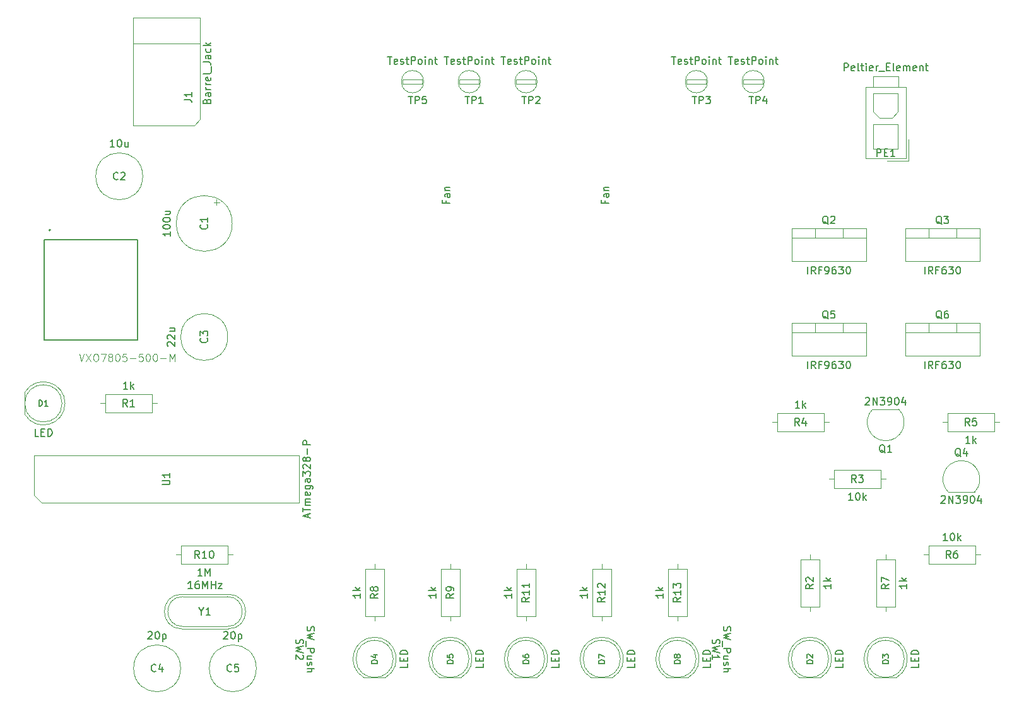
<source format=gbr>
G04 #@! TF.GenerationSoftware,KiCad,Pcbnew,6.0.6+dfsg-1*
G04 #@! TF.CreationDate,2022-07-08T16:57:29-05:00*
G04 #@! TF.ProjectId,thermoelectric-tube,74686572-6d6f-4656-9c65-63747269632d,C*
G04 #@! TF.SameCoordinates,Original*
G04 #@! TF.FileFunction,AssemblyDrawing,Top*
%FSLAX46Y46*%
G04 Gerber Fmt 4.6, Leading zero omitted, Abs format (unit mm)*
G04 Created by KiCad (PCBNEW 6.0.6+dfsg-1) date 2022-07-08 16:57:29*
%MOMM*%
%LPD*%
G01*
G04 APERTURE LIST*
%ADD10C,0.150000*%
%ADD11C,0.200000*%
%ADD12C,0.015000*%
%ADD13C,0.100000*%
%ADD14C,0.120000*%
%ADD15C,0.127000*%
G04 APERTURE END LIST*
D10*
X170005714Y-103937619D02*
X170053333Y-103890000D01*
X170148571Y-103842380D01*
X170386666Y-103842380D01*
X170481904Y-103890000D01*
X170529523Y-103937619D01*
X170577142Y-104032857D01*
X170577142Y-104128095D01*
X170529523Y-104270952D01*
X169958095Y-104842380D01*
X170577142Y-104842380D01*
X171005714Y-104842380D02*
X171005714Y-103842380D01*
X171577142Y-104842380D01*
X171577142Y-103842380D01*
X171958095Y-103842380D02*
X172577142Y-103842380D01*
X172243809Y-104223333D01*
X172386666Y-104223333D01*
X172481904Y-104270952D01*
X172529523Y-104318571D01*
X172577142Y-104413809D01*
X172577142Y-104651904D01*
X172529523Y-104747142D01*
X172481904Y-104794761D01*
X172386666Y-104842380D01*
X172100952Y-104842380D01*
X172005714Y-104794761D01*
X171958095Y-104747142D01*
X173053333Y-104842380D02*
X173243809Y-104842380D01*
X173339047Y-104794761D01*
X173386666Y-104747142D01*
X173481904Y-104604285D01*
X173529523Y-104413809D01*
X173529523Y-104032857D01*
X173481904Y-103937619D01*
X173434285Y-103890000D01*
X173339047Y-103842380D01*
X173148571Y-103842380D01*
X173053333Y-103890000D01*
X173005714Y-103937619D01*
X172958095Y-104032857D01*
X172958095Y-104270952D01*
X173005714Y-104366190D01*
X173053333Y-104413809D01*
X173148571Y-104461428D01*
X173339047Y-104461428D01*
X173434285Y-104413809D01*
X173481904Y-104366190D01*
X173529523Y-104270952D01*
X174148571Y-103842380D02*
X174243809Y-103842380D01*
X174339047Y-103890000D01*
X174386666Y-103937619D01*
X174434285Y-104032857D01*
X174481904Y-104223333D01*
X174481904Y-104461428D01*
X174434285Y-104651904D01*
X174386666Y-104747142D01*
X174339047Y-104794761D01*
X174243809Y-104842380D01*
X174148571Y-104842380D01*
X174053333Y-104794761D01*
X174005714Y-104747142D01*
X173958095Y-104651904D01*
X173910476Y-104461428D01*
X173910476Y-104223333D01*
X173958095Y-104032857D01*
X174005714Y-103937619D01*
X174053333Y-103890000D01*
X174148571Y-103842380D01*
X175339047Y-104175714D02*
X175339047Y-104842380D01*
X175100952Y-103794761D02*
X174862857Y-104509047D01*
X175481904Y-104509047D01*
X172624761Y-98587619D02*
X172529523Y-98540000D01*
X172434285Y-98444761D01*
X172291428Y-98301904D01*
X172196190Y-98254285D01*
X172100952Y-98254285D01*
X172148571Y-98492380D02*
X172053333Y-98444761D01*
X171958095Y-98349523D01*
X171910476Y-98159047D01*
X171910476Y-97825714D01*
X171958095Y-97635238D01*
X172053333Y-97540000D01*
X172148571Y-97492380D01*
X172339047Y-97492380D01*
X172434285Y-97540000D01*
X172529523Y-97635238D01*
X172577142Y-97825714D01*
X172577142Y-98159047D01*
X172529523Y-98349523D01*
X172434285Y-98444761D01*
X172339047Y-98492380D01*
X172148571Y-98492380D01*
X173434285Y-97825714D02*
X173434285Y-98492380D01*
X173196190Y-97444761D02*
X172958095Y-98159047D01*
X173577142Y-98159047D01*
X59067142Y-57012380D02*
X58495714Y-57012380D01*
X58781428Y-57012380D02*
X58781428Y-56012380D01*
X58686190Y-56155238D01*
X58590952Y-56250476D01*
X58495714Y-56298095D01*
X59686190Y-56012380D02*
X59781428Y-56012380D01*
X59876666Y-56060000D01*
X59924285Y-56107619D01*
X59971904Y-56202857D01*
X60019523Y-56393333D01*
X60019523Y-56631428D01*
X59971904Y-56821904D01*
X59924285Y-56917142D01*
X59876666Y-56964761D01*
X59781428Y-57012380D01*
X59686190Y-57012380D01*
X59590952Y-56964761D01*
X59543333Y-56917142D01*
X59495714Y-56821904D01*
X59448095Y-56631428D01*
X59448095Y-56393333D01*
X59495714Y-56202857D01*
X59543333Y-56107619D01*
X59590952Y-56060000D01*
X59686190Y-56012380D01*
X60876666Y-56345714D02*
X60876666Y-57012380D01*
X60448095Y-56345714D02*
X60448095Y-56869523D01*
X60495714Y-56964761D01*
X60590952Y-57012380D01*
X60733809Y-57012380D01*
X60829047Y-56964761D01*
X60876666Y-56917142D01*
X59543333Y-61317142D02*
X59495714Y-61364761D01*
X59352857Y-61412380D01*
X59257619Y-61412380D01*
X59114761Y-61364761D01*
X59019523Y-61269523D01*
X58971904Y-61174285D01*
X58924285Y-60983809D01*
X58924285Y-60840952D01*
X58971904Y-60650476D01*
X59019523Y-60555238D01*
X59114761Y-60460000D01*
X59257619Y-60412380D01*
X59352857Y-60412380D01*
X59495714Y-60460000D01*
X59543333Y-60507619D01*
X59924285Y-60507619D02*
X59971904Y-60460000D01*
X60067142Y-60412380D01*
X60305238Y-60412380D01*
X60400476Y-60460000D01*
X60448095Y-60507619D01*
X60495714Y-60602857D01*
X60495714Y-60698095D01*
X60448095Y-60840952D01*
X59876666Y-61412380D01*
X60495714Y-61412380D01*
X48887142Y-95852380D02*
X48410952Y-95852380D01*
X48410952Y-94852380D01*
X49220476Y-95328571D02*
X49553809Y-95328571D01*
X49696666Y-95852380D02*
X49220476Y-95852380D01*
X49220476Y-94852380D01*
X49696666Y-94852380D01*
X50125238Y-95852380D02*
X50125238Y-94852380D01*
X50363333Y-94852380D01*
X50506190Y-94900000D01*
X50601428Y-94995238D01*
X50649047Y-95090476D01*
X50696666Y-95280952D01*
X50696666Y-95423809D01*
X50649047Y-95614285D01*
X50601428Y-95709523D01*
X50506190Y-95804761D01*
X50363333Y-95852380D01*
X50125238Y-95852380D01*
D11*
X48919523Y-91801904D02*
X48919523Y-91001904D01*
X49110000Y-91001904D01*
X49224285Y-91040000D01*
X49300476Y-91116190D01*
X49338571Y-91192380D01*
X49376666Y-91344761D01*
X49376666Y-91459047D01*
X49338571Y-91611428D01*
X49300476Y-91687619D01*
X49224285Y-91763809D01*
X49110000Y-91801904D01*
X48919523Y-91801904D01*
X50138571Y-91801904D02*
X49681428Y-91801904D01*
X49910000Y-91801904D02*
X49910000Y-91001904D01*
X49833809Y-91116190D01*
X49757619Y-91192380D01*
X49681428Y-91230476D01*
D10*
X156812380Y-126372857D02*
X156812380Y-126849047D01*
X155812380Y-126849047D01*
X156288571Y-126039523D02*
X156288571Y-125706190D01*
X156812380Y-125563333D02*
X156812380Y-126039523D01*
X155812380Y-126039523D01*
X155812380Y-125563333D01*
X156812380Y-125134761D02*
X155812380Y-125134761D01*
X155812380Y-124896666D01*
X155860000Y-124753809D01*
X155955238Y-124658571D01*
X156050476Y-124610952D01*
X156240952Y-124563333D01*
X156383809Y-124563333D01*
X156574285Y-124610952D01*
X156669523Y-124658571D01*
X156764761Y-124753809D01*
X156812380Y-124896666D01*
X156812380Y-125134761D01*
D11*
X152761904Y-126340476D02*
X151961904Y-126340476D01*
X151961904Y-126150000D01*
X152000000Y-126035714D01*
X152076190Y-125959523D01*
X152152380Y-125921428D01*
X152304761Y-125883333D01*
X152419047Y-125883333D01*
X152571428Y-125921428D01*
X152647619Y-125959523D01*
X152723809Y-126035714D01*
X152761904Y-126150000D01*
X152761904Y-126340476D01*
X152038095Y-125578571D02*
X152000000Y-125540476D01*
X151961904Y-125464285D01*
X151961904Y-125273809D01*
X152000000Y-125197619D01*
X152038095Y-125159523D01*
X152114285Y-125121428D01*
X152190476Y-125121428D01*
X152304761Y-125159523D01*
X152761904Y-125616666D01*
X152761904Y-125121428D01*
D10*
X166972380Y-126372857D02*
X166972380Y-126849047D01*
X165972380Y-126849047D01*
X166448571Y-126039523D02*
X166448571Y-125706190D01*
X166972380Y-125563333D02*
X166972380Y-126039523D01*
X165972380Y-126039523D01*
X165972380Y-125563333D01*
X166972380Y-125134761D02*
X165972380Y-125134761D01*
X165972380Y-124896666D01*
X166020000Y-124753809D01*
X166115238Y-124658571D01*
X166210476Y-124610952D01*
X166400952Y-124563333D01*
X166543809Y-124563333D01*
X166734285Y-124610952D01*
X166829523Y-124658571D01*
X166924761Y-124753809D01*
X166972380Y-124896666D01*
X166972380Y-125134761D01*
D11*
X162921904Y-126340476D02*
X162121904Y-126340476D01*
X162121904Y-126150000D01*
X162160000Y-126035714D01*
X162236190Y-125959523D01*
X162312380Y-125921428D01*
X162464761Y-125883333D01*
X162579047Y-125883333D01*
X162731428Y-125921428D01*
X162807619Y-125959523D01*
X162883809Y-126035714D01*
X162921904Y-126150000D01*
X162921904Y-126340476D01*
X162121904Y-125616666D02*
X162121904Y-125121428D01*
X162426666Y-125388095D01*
X162426666Y-125273809D01*
X162464761Y-125197619D01*
X162502857Y-125159523D01*
X162579047Y-125121428D01*
X162769523Y-125121428D01*
X162845714Y-125159523D01*
X162883809Y-125197619D01*
X162921904Y-125273809D01*
X162921904Y-125502380D01*
X162883809Y-125578571D01*
X162845714Y-125616666D01*
D10*
X71468571Y-50878095D02*
X71516190Y-50735238D01*
X71563809Y-50687619D01*
X71659047Y-50640000D01*
X71801904Y-50640000D01*
X71897142Y-50687619D01*
X71944761Y-50735238D01*
X71992380Y-50830476D01*
X71992380Y-51211428D01*
X70992380Y-51211428D01*
X70992380Y-50878095D01*
X71040000Y-50782857D01*
X71087619Y-50735238D01*
X71182857Y-50687619D01*
X71278095Y-50687619D01*
X71373333Y-50735238D01*
X71420952Y-50782857D01*
X71468571Y-50878095D01*
X71468571Y-51211428D01*
X71992380Y-49782857D02*
X71468571Y-49782857D01*
X71373333Y-49830476D01*
X71325714Y-49925714D01*
X71325714Y-50116190D01*
X71373333Y-50211428D01*
X71944761Y-49782857D02*
X71992380Y-49878095D01*
X71992380Y-50116190D01*
X71944761Y-50211428D01*
X71849523Y-50259047D01*
X71754285Y-50259047D01*
X71659047Y-50211428D01*
X71611428Y-50116190D01*
X71611428Y-49878095D01*
X71563809Y-49782857D01*
X71992380Y-49306666D02*
X71325714Y-49306666D01*
X71516190Y-49306666D02*
X71420952Y-49259047D01*
X71373333Y-49211428D01*
X71325714Y-49116190D01*
X71325714Y-49020952D01*
X71992380Y-48687619D02*
X71325714Y-48687619D01*
X71516190Y-48687619D02*
X71420952Y-48640000D01*
X71373333Y-48592380D01*
X71325714Y-48497142D01*
X71325714Y-48401904D01*
X71944761Y-47687619D02*
X71992380Y-47782857D01*
X71992380Y-47973333D01*
X71944761Y-48068571D01*
X71849523Y-48116190D01*
X71468571Y-48116190D01*
X71373333Y-48068571D01*
X71325714Y-47973333D01*
X71325714Y-47782857D01*
X71373333Y-47687619D01*
X71468571Y-47640000D01*
X71563809Y-47640000D01*
X71659047Y-48116190D01*
X71992380Y-47068571D02*
X71944761Y-47163809D01*
X71849523Y-47211428D01*
X70992380Y-47211428D01*
X72087619Y-46925714D02*
X72087619Y-46163809D01*
X70992380Y-45640000D02*
X71706666Y-45640000D01*
X71849523Y-45687619D01*
X71944761Y-45782857D01*
X71992380Y-45925714D01*
X71992380Y-46020952D01*
X71992380Y-44735238D02*
X71468571Y-44735238D01*
X71373333Y-44782857D01*
X71325714Y-44878095D01*
X71325714Y-45068571D01*
X71373333Y-45163809D01*
X71944761Y-44735238D02*
X71992380Y-44830476D01*
X71992380Y-45068571D01*
X71944761Y-45163809D01*
X71849523Y-45211428D01*
X71754285Y-45211428D01*
X71659047Y-45163809D01*
X71611428Y-45068571D01*
X71611428Y-44830476D01*
X71563809Y-44735238D01*
X71944761Y-43830476D02*
X71992380Y-43925714D01*
X71992380Y-44116190D01*
X71944761Y-44211428D01*
X71897142Y-44259047D01*
X71801904Y-44306666D01*
X71516190Y-44306666D01*
X71420952Y-44259047D01*
X71373333Y-44211428D01*
X71325714Y-44116190D01*
X71325714Y-43925714D01*
X71373333Y-43830476D01*
X71992380Y-43401904D02*
X70992380Y-43401904D01*
X71611428Y-43306666D02*
X71992380Y-43020952D01*
X71325714Y-43020952D02*
X71706666Y-43401904D01*
X68442380Y-50673333D02*
X69156666Y-50673333D01*
X69299523Y-50720952D01*
X69394761Y-50816190D01*
X69442380Y-50959047D01*
X69442380Y-51054285D01*
X69442380Y-49673333D02*
X69442380Y-50244761D01*
X69442380Y-49959047D02*
X68442380Y-49959047D01*
X68585238Y-50054285D01*
X68680476Y-50149523D01*
X68728095Y-50244761D01*
X167822857Y-74072380D02*
X167822857Y-73072380D01*
X168870476Y-74072380D02*
X168537142Y-73596190D01*
X168299047Y-74072380D02*
X168299047Y-73072380D01*
X168680000Y-73072380D01*
X168775238Y-73120000D01*
X168822857Y-73167619D01*
X168870476Y-73262857D01*
X168870476Y-73405714D01*
X168822857Y-73500952D01*
X168775238Y-73548571D01*
X168680000Y-73596190D01*
X168299047Y-73596190D01*
X169632380Y-73548571D02*
X169299047Y-73548571D01*
X169299047Y-74072380D02*
X169299047Y-73072380D01*
X169775238Y-73072380D01*
X170584761Y-73072380D02*
X170394285Y-73072380D01*
X170299047Y-73120000D01*
X170251428Y-73167619D01*
X170156190Y-73310476D01*
X170108571Y-73500952D01*
X170108571Y-73881904D01*
X170156190Y-73977142D01*
X170203809Y-74024761D01*
X170299047Y-74072380D01*
X170489523Y-74072380D01*
X170584761Y-74024761D01*
X170632380Y-73977142D01*
X170680000Y-73881904D01*
X170680000Y-73643809D01*
X170632380Y-73548571D01*
X170584761Y-73500952D01*
X170489523Y-73453333D01*
X170299047Y-73453333D01*
X170203809Y-73500952D01*
X170156190Y-73548571D01*
X170108571Y-73643809D01*
X171013333Y-73072380D02*
X171632380Y-73072380D01*
X171299047Y-73453333D01*
X171441904Y-73453333D01*
X171537142Y-73500952D01*
X171584761Y-73548571D01*
X171632380Y-73643809D01*
X171632380Y-73881904D01*
X171584761Y-73977142D01*
X171537142Y-74024761D01*
X171441904Y-74072380D01*
X171156190Y-74072380D01*
X171060952Y-74024761D01*
X171013333Y-73977142D01*
X172251428Y-73072380D02*
X172346666Y-73072380D01*
X172441904Y-73120000D01*
X172489523Y-73167619D01*
X172537142Y-73262857D01*
X172584761Y-73453333D01*
X172584761Y-73691428D01*
X172537142Y-73881904D01*
X172489523Y-73977142D01*
X172441904Y-74024761D01*
X172346666Y-74072380D01*
X172251428Y-74072380D01*
X172156190Y-74024761D01*
X172108571Y-73977142D01*
X172060952Y-73881904D01*
X172013333Y-73691428D01*
X172013333Y-73453333D01*
X172060952Y-73262857D01*
X172108571Y-73167619D01*
X172156190Y-73120000D01*
X172251428Y-73072380D01*
X170084761Y-67397619D02*
X169989523Y-67350000D01*
X169894285Y-67254761D01*
X169751428Y-67111904D01*
X169656190Y-67064285D01*
X169560952Y-67064285D01*
X169608571Y-67302380D02*
X169513333Y-67254761D01*
X169418095Y-67159523D01*
X169370476Y-66969047D01*
X169370476Y-66635714D01*
X169418095Y-66445238D01*
X169513333Y-66350000D01*
X169608571Y-66302380D01*
X169799047Y-66302380D01*
X169894285Y-66350000D01*
X169989523Y-66445238D01*
X170037142Y-66635714D01*
X170037142Y-66969047D01*
X169989523Y-67159523D01*
X169894285Y-67254761D01*
X169799047Y-67302380D01*
X169608571Y-67302380D01*
X170370476Y-66302380D02*
X170989523Y-66302380D01*
X170656190Y-66683333D01*
X170799047Y-66683333D01*
X170894285Y-66730952D01*
X170941904Y-66778571D01*
X170989523Y-66873809D01*
X170989523Y-67111904D01*
X170941904Y-67207142D01*
X170894285Y-67254761D01*
X170799047Y-67302380D01*
X170513333Y-67302380D01*
X170418095Y-67254761D01*
X170370476Y-67207142D01*
X152106666Y-86772380D02*
X152106666Y-85772380D01*
X153154285Y-86772380D02*
X152820952Y-86296190D01*
X152582857Y-86772380D02*
X152582857Y-85772380D01*
X152963809Y-85772380D01*
X153059047Y-85820000D01*
X153106666Y-85867619D01*
X153154285Y-85962857D01*
X153154285Y-86105714D01*
X153106666Y-86200952D01*
X153059047Y-86248571D01*
X152963809Y-86296190D01*
X152582857Y-86296190D01*
X153916190Y-86248571D02*
X153582857Y-86248571D01*
X153582857Y-86772380D02*
X153582857Y-85772380D01*
X154059047Y-85772380D01*
X154487619Y-86772380D02*
X154678095Y-86772380D01*
X154773333Y-86724761D01*
X154820952Y-86677142D01*
X154916190Y-86534285D01*
X154963809Y-86343809D01*
X154963809Y-85962857D01*
X154916190Y-85867619D01*
X154868571Y-85820000D01*
X154773333Y-85772380D01*
X154582857Y-85772380D01*
X154487619Y-85820000D01*
X154440000Y-85867619D01*
X154392380Y-85962857D01*
X154392380Y-86200952D01*
X154440000Y-86296190D01*
X154487619Y-86343809D01*
X154582857Y-86391428D01*
X154773333Y-86391428D01*
X154868571Y-86343809D01*
X154916190Y-86296190D01*
X154963809Y-86200952D01*
X155820952Y-85772380D02*
X155630476Y-85772380D01*
X155535238Y-85820000D01*
X155487619Y-85867619D01*
X155392380Y-86010476D01*
X155344761Y-86200952D01*
X155344761Y-86581904D01*
X155392380Y-86677142D01*
X155440000Y-86724761D01*
X155535238Y-86772380D01*
X155725714Y-86772380D01*
X155820952Y-86724761D01*
X155868571Y-86677142D01*
X155916190Y-86581904D01*
X155916190Y-86343809D01*
X155868571Y-86248571D01*
X155820952Y-86200952D01*
X155725714Y-86153333D01*
X155535238Y-86153333D01*
X155440000Y-86200952D01*
X155392380Y-86248571D01*
X155344761Y-86343809D01*
X156249523Y-85772380D02*
X156868571Y-85772380D01*
X156535238Y-86153333D01*
X156678095Y-86153333D01*
X156773333Y-86200952D01*
X156820952Y-86248571D01*
X156868571Y-86343809D01*
X156868571Y-86581904D01*
X156820952Y-86677142D01*
X156773333Y-86724761D01*
X156678095Y-86772380D01*
X156392380Y-86772380D01*
X156297142Y-86724761D01*
X156249523Y-86677142D01*
X157487619Y-85772380D02*
X157582857Y-85772380D01*
X157678095Y-85820000D01*
X157725714Y-85867619D01*
X157773333Y-85962857D01*
X157820952Y-86153333D01*
X157820952Y-86391428D01*
X157773333Y-86581904D01*
X157725714Y-86677142D01*
X157678095Y-86724761D01*
X157582857Y-86772380D01*
X157487619Y-86772380D01*
X157392380Y-86724761D01*
X157344761Y-86677142D01*
X157297142Y-86581904D01*
X157249523Y-86391428D01*
X157249523Y-86153333D01*
X157297142Y-85962857D01*
X157344761Y-85867619D01*
X157392380Y-85820000D01*
X157487619Y-85772380D01*
X154844761Y-80097619D02*
X154749523Y-80050000D01*
X154654285Y-79954761D01*
X154511428Y-79811904D01*
X154416190Y-79764285D01*
X154320952Y-79764285D01*
X154368571Y-80002380D02*
X154273333Y-79954761D01*
X154178095Y-79859523D01*
X154130476Y-79669047D01*
X154130476Y-79335714D01*
X154178095Y-79145238D01*
X154273333Y-79050000D01*
X154368571Y-79002380D01*
X154559047Y-79002380D01*
X154654285Y-79050000D01*
X154749523Y-79145238D01*
X154797142Y-79335714D01*
X154797142Y-79669047D01*
X154749523Y-79859523D01*
X154654285Y-79954761D01*
X154559047Y-80002380D01*
X154368571Y-80002380D01*
X155701904Y-79002380D02*
X155225714Y-79002380D01*
X155178095Y-79478571D01*
X155225714Y-79430952D01*
X155320952Y-79383333D01*
X155559047Y-79383333D01*
X155654285Y-79430952D01*
X155701904Y-79478571D01*
X155749523Y-79573809D01*
X155749523Y-79811904D01*
X155701904Y-79907142D01*
X155654285Y-79954761D01*
X155559047Y-80002380D01*
X155320952Y-80002380D01*
X155225714Y-79954761D01*
X155178095Y-79907142D01*
X167822857Y-86772380D02*
X167822857Y-85772380D01*
X168870476Y-86772380D02*
X168537142Y-86296190D01*
X168299047Y-86772380D02*
X168299047Y-85772380D01*
X168680000Y-85772380D01*
X168775238Y-85820000D01*
X168822857Y-85867619D01*
X168870476Y-85962857D01*
X168870476Y-86105714D01*
X168822857Y-86200952D01*
X168775238Y-86248571D01*
X168680000Y-86296190D01*
X168299047Y-86296190D01*
X169632380Y-86248571D02*
X169299047Y-86248571D01*
X169299047Y-86772380D02*
X169299047Y-85772380D01*
X169775238Y-85772380D01*
X170584761Y-85772380D02*
X170394285Y-85772380D01*
X170299047Y-85820000D01*
X170251428Y-85867619D01*
X170156190Y-86010476D01*
X170108571Y-86200952D01*
X170108571Y-86581904D01*
X170156190Y-86677142D01*
X170203809Y-86724761D01*
X170299047Y-86772380D01*
X170489523Y-86772380D01*
X170584761Y-86724761D01*
X170632380Y-86677142D01*
X170680000Y-86581904D01*
X170680000Y-86343809D01*
X170632380Y-86248571D01*
X170584761Y-86200952D01*
X170489523Y-86153333D01*
X170299047Y-86153333D01*
X170203809Y-86200952D01*
X170156190Y-86248571D01*
X170108571Y-86343809D01*
X171013333Y-85772380D02*
X171632380Y-85772380D01*
X171299047Y-86153333D01*
X171441904Y-86153333D01*
X171537142Y-86200952D01*
X171584761Y-86248571D01*
X171632380Y-86343809D01*
X171632380Y-86581904D01*
X171584761Y-86677142D01*
X171537142Y-86724761D01*
X171441904Y-86772380D01*
X171156190Y-86772380D01*
X171060952Y-86724761D01*
X171013333Y-86677142D01*
X172251428Y-85772380D02*
X172346666Y-85772380D01*
X172441904Y-85820000D01*
X172489523Y-85867619D01*
X172537142Y-85962857D01*
X172584761Y-86153333D01*
X172584761Y-86391428D01*
X172537142Y-86581904D01*
X172489523Y-86677142D01*
X172441904Y-86724761D01*
X172346666Y-86772380D01*
X172251428Y-86772380D01*
X172156190Y-86724761D01*
X172108571Y-86677142D01*
X172060952Y-86581904D01*
X172013333Y-86391428D01*
X172013333Y-86153333D01*
X172060952Y-85962857D01*
X172108571Y-85867619D01*
X172156190Y-85820000D01*
X172251428Y-85772380D01*
X170084761Y-80097619D02*
X169989523Y-80050000D01*
X169894285Y-79954761D01*
X169751428Y-79811904D01*
X169656190Y-79764285D01*
X169560952Y-79764285D01*
X169608571Y-80002380D02*
X169513333Y-79954761D01*
X169418095Y-79859523D01*
X169370476Y-79669047D01*
X169370476Y-79335714D01*
X169418095Y-79145238D01*
X169513333Y-79050000D01*
X169608571Y-79002380D01*
X169799047Y-79002380D01*
X169894285Y-79050000D01*
X169989523Y-79145238D01*
X170037142Y-79335714D01*
X170037142Y-79669047D01*
X169989523Y-79859523D01*
X169894285Y-79954761D01*
X169799047Y-80002380D01*
X169608571Y-80002380D01*
X170894285Y-79002380D02*
X170703809Y-79002380D01*
X170608571Y-79050000D01*
X170560952Y-79097619D01*
X170465714Y-79240476D01*
X170418095Y-79430952D01*
X170418095Y-79811904D01*
X170465714Y-79907142D01*
X170513333Y-79954761D01*
X170608571Y-80002380D01*
X170799047Y-80002380D01*
X170894285Y-79954761D01*
X170941904Y-79907142D01*
X170989523Y-79811904D01*
X170989523Y-79573809D01*
X170941904Y-79478571D01*
X170894285Y-79430952D01*
X170799047Y-79383333D01*
X170608571Y-79383333D01*
X170513333Y-79430952D01*
X170465714Y-79478571D01*
X170418095Y-79573809D01*
X66572380Y-68409047D02*
X66572380Y-68980476D01*
X66572380Y-68694761D02*
X65572380Y-68694761D01*
X65715238Y-68790000D01*
X65810476Y-68885238D01*
X65858095Y-68980476D01*
X65572380Y-67790000D02*
X65572380Y-67694761D01*
X65620000Y-67599523D01*
X65667619Y-67551904D01*
X65762857Y-67504285D01*
X65953333Y-67456666D01*
X66191428Y-67456666D01*
X66381904Y-67504285D01*
X66477142Y-67551904D01*
X66524761Y-67599523D01*
X66572380Y-67694761D01*
X66572380Y-67790000D01*
X66524761Y-67885238D01*
X66477142Y-67932857D01*
X66381904Y-67980476D01*
X66191428Y-68028095D01*
X65953333Y-68028095D01*
X65762857Y-67980476D01*
X65667619Y-67932857D01*
X65620000Y-67885238D01*
X65572380Y-67790000D01*
X65572380Y-66837619D02*
X65572380Y-66742380D01*
X65620000Y-66647142D01*
X65667619Y-66599523D01*
X65762857Y-66551904D01*
X65953333Y-66504285D01*
X66191428Y-66504285D01*
X66381904Y-66551904D01*
X66477142Y-66599523D01*
X66524761Y-66647142D01*
X66572380Y-66742380D01*
X66572380Y-66837619D01*
X66524761Y-66932857D01*
X66477142Y-66980476D01*
X66381904Y-67028095D01*
X66191428Y-67075714D01*
X65953333Y-67075714D01*
X65762857Y-67028095D01*
X65667619Y-66980476D01*
X65620000Y-66932857D01*
X65572380Y-66837619D01*
X65905714Y-65647142D02*
X66572380Y-65647142D01*
X65905714Y-66075714D02*
X66429523Y-66075714D01*
X66524761Y-66028095D01*
X66572380Y-65932857D01*
X66572380Y-65790000D01*
X66524761Y-65694761D01*
X66477142Y-65647142D01*
X71477142Y-67456666D02*
X71524761Y-67504285D01*
X71572380Y-67647142D01*
X71572380Y-67742380D01*
X71524761Y-67885238D01*
X71429523Y-67980476D01*
X71334285Y-68028095D01*
X71143809Y-68075714D01*
X71000952Y-68075714D01*
X70810476Y-68028095D01*
X70715238Y-67980476D01*
X70620000Y-67885238D01*
X70572380Y-67742380D01*
X70572380Y-67647142D01*
X70620000Y-67504285D01*
X70667619Y-67456666D01*
X71572380Y-66504285D02*
X71572380Y-67075714D01*
X71572380Y-66790000D02*
X70572380Y-66790000D01*
X70715238Y-66885238D01*
X70810476Y-66980476D01*
X70858095Y-67075714D01*
X158154761Y-104422380D02*
X157583333Y-104422380D01*
X157869047Y-104422380D02*
X157869047Y-103422380D01*
X157773809Y-103565238D01*
X157678571Y-103660476D01*
X157583333Y-103708095D01*
X158773809Y-103422380D02*
X158869047Y-103422380D01*
X158964285Y-103470000D01*
X159011904Y-103517619D01*
X159059523Y-103612857D01*
X159107142Y-103803333D01*
X159107142Y-104041428D01*
X159059523Y-104231904D01*
X159011904Y-104327142D01*
X158964285Y-104374761D01*
X158869047Y-104422380D01*
X158773809Y-104422380D01*
X158678571Y-104374761D01*
X158630952Y-104327142D01*
X158583333Y-104231904D01*
X158535714Y-104041428D01*
X158535714Y-103803333D01*
X158583333Y-103612857D01*
X158630952Y-103517619D01*
X158678571Y-103470000D01*
X158773809Y-103422380D01*
X159535714Y-104422380D02*
X159535714Y-103422380D01*
X159630952Y-104041428D02*
X159916666Y-104422380D01*
X159916666Y-103755714D02*
X159535714Y-104136666D01*
X158583333Y-102052380D02*
X158250000Y-101576190D01*
X158011904Y-102052380D02*
X158011904Y-101052380D01*
X158392857Y-101052380D01*
X158488095Y-101100000D01*
X158535714Y-101147619D01*
X158583333Y-101242857D01*
X158583333Y-101385714D01*
X158535714Y-101480952D01*
X158488095Y-101528571D01*
X158392857Y-101576190D01*
X158011904Y-101576190D01*
X158916666Y-101052380D02*
X159535714Y-101052380D01*
X159202380Y-101433333D01*
X159345238Y-101433333D01*
X159440476Y-101480952D01*
X159488095Y-101528571D01*
X159535714Y-101623809D01*
X159535714Y-101861904D01*
X159488095Y-101957142D01*
X159440476Y-102004761D01*
X159345238Y-102052380D01*
X159059523Y-102052380D01*
X158964285Y-102004761D01*
X158916666Y-101957142D01*
X170854761Y-109842380D02*
X170283333Y-109842380D01*
X170569047Y-109842380D02*
X170569047Y-108842380D01*
X170473809Y-108985238D01*
X170378571Y-109080476D01*
X170283333Y-109128095D01*
X171473809Y-108842380D02*
X171569047Y-108842380D01*
X171664285Y-108890000D01*
X171711904Y-108937619D01*
X171759523Y-109032857D01*
X171807142Y-109223333D01*
X171807142Y-109461428D01*
X171759523Y-109651904D01*
X171711904Y-109747142D01*
X171664285Y-109794761D01*
X171569047Y-109842380D01*
X171473809Y-109842380D01*
X171378571Y-109794761D01*
X171330952Y-109747142D01*
X171283333Y-109651904D01*
X171235714Y-109461428D01*
X171235714Y-109223333D01*
X171283333Y-109032857D01*
X171330952Y-108937619D01*
X171378571Y-108890000D01*
X171473809Y-108842380D01*
X172235714Y-109842380D02*
X172235714Y-108842380D01*
X172330952Y-109461428D02*
X172616666Y-109842380D01*
X172616666Y-109175714D02*
X172235714Y-109556666D01*
X171283333Y-112212380D02*
X170950000Y-111736190D01*
X170711904Y-112212380D02*
X170711904Y-111212380D01*
X171092857Y-111212380D01*
X171188095Y-111260000D01*
X171235714Y-111307619D01*
X171283333Y-111402857D01*
X171283333Y-111545714D01*
X171235714Y-111640952D01*
X171188095Y-111688571D01*
X171092857Y-111736190D01*
X170711904Y-111736190D01*
X172140476Y-111212380D02*
X171950000Y-111212380D01*
X171854761Y-111260000D01*
X171807142Y-111307619D01*
X171711904Y-111450476D01*
X171664285Y-111640952D01*
X171664285Y-112021904D01*
X171711904Y-112117142D01*
X171759523Y-112164761D01*
X171854761Y-112212380D01*
X172045238Y-112212380D01*
X172140476Y-112164761D01*
X172188095Y-112117142D01*
X172235714Y-112021904D01*
X172235714Y-111783809D01*
X172188095Y-111688571D01*
X172140476Y-111640952D01*
X172045238Y-111593333D01*
X171854761Y-111593333D01*
X171759523Y-111640952D01*
X171711904Y-111688571D01*
X171664285Y-111783809D01*
X165382380Y-115689047D02*
X165382380Y-116260476D01*
X165382380Y-115974761D02*
X164382380Y-115974761D01*
X164525238Y-116070000D01*
X164620476Y-116165238D01*
X164668095Y-116260476D01*
X165382380Y-115260476D02*
X164382380Y-115260476D01*
X165001428Y-115165238D02*
X165382380Y-114879523D01*
X164715714Y-114879523D02*
X165096666Y-115260476D01*
X163012380Y-115736666D02*
X162536190Y-116070000D01*
X163012380Y-116308095D02*
X162012380Y-116308095D01*
X162012380Y-115927142D01*
X162060000Y-115831904D01*
X162107619Y-115784285D01*
X162202857Y-115736666D01*
X162345714Y-115736666D01*
X162440952Y-115784285D01*
X162488571Y-115831904D01*
X162536190Y-115927142D01*
X162536190Y-116308095D01*
X162012380Y-115403333D02*
X162012380Y-114736666D01*
X163012380Y-115165238D01*
X173870952Y-96802380D02*
X173299523Y-96802380D01*
X173585238Y-96802380D02*
X173585238Y-95802380D01*
X173490000Y-95945238D01*
X173394761Y-96040476D01*
X173299523Y-96088095D01*
X174299523Y-96802380D02*
X174299523Y-95802380D01*
X174394761Y-96421428D02*
X174680476Y-96802380D01*
X174680476Y-96135714D02*
X174299523Y-96516666D01*
X173823333Y-94432380D02*
X173490000Y-93956190D01*
X173251904Y-94432380D02*
X173251904Y-93432380D01*
X173632857Y-93432380D01*
X173728095Y-93480000D01*
X173775714Y-93527619D01*
X173823333Y-93622857D01*
X173823333Y-93765714D01*
X173775714Y-93860952D01*
X173728095Y-93908571D01*
X173632857Y-93956190D01*
X173251904Y-93956190D01*
X174728095Y-93432380D02*
X174251904Y-93432380D01*
X174204285Y-93908571D01*
X174251904Y-93860952D01*
X174347142Y-93813333D01*
X174585238Y-93813333D01*
X174680476Y-93860952D01*
X174728095Y-93908571D01*
X174775714Y-94003809D01*
X174775714Y-94241904D01*
X174728095Y-94337142D01*
X174680476Y-94384761D01*
X174585238Y-94432380D01*
X174347142Y-94432380D01*
X174251904Y-94384761D01*
X174204285Y-94337142D01*
X155222380Y-115689047D02*
X155222380Y-116260476D01*
X155222380Y-115974761D02*
X154222380Y-115974761D01*
X154365238Y-116070000D01*
X154460476Y-116165238D01*
X154508095Y-116260476D01*
X155222380Y-115260476D02*
X154222380Y-115260476D01*
X154841428Y-115165238D02*
X155222380Y-114879523D01*
X154555714Y-114879523D02*
X154936666Y-115260476D01*
X152852380Y-115736666D02*
X152376190Y-116070000D01*
X152852380Y-116308095D02*
X151852380Y-116308095D01*
X151852380Y-115927142D01*
X151900000Y-115831904D01*
X151947619Y-115784285D01*
X152042857Y-115736666D01*
X152185714Y-115736666D01*
X152280952Y-115784285D01*
X152328571Y-115831904D01*
X152376190Y-115927142D01*
X152376190Y-116308095D01*
X151947619Y-115355714D02*
X151900000Y-115308095D01*
X151852380Y-115212857D01*
X151852380Y-114974761D01*
X151900000Y-114879523D01*
X151947619Y-114831904D01*
X152042857Y-114784285D01*
X152138095Y-114784285D01*
X152280952Y-114831904D01*
X152852380Y-115403333D01*
X152852380Y-114784285D01*
X159845714Y-90737619D02*
X159893333Y-90690000D01*
X159988571Y-90642380D01*
X160226666Y-90642380D01*
X160321904Y-90690000D01*
X160369523Y-90737619D01*
X160417142Y-90832857D01*
X160417142Y-90928095D01*
X160369523Y-91070952D01*
X159798095Y-91642380D01*
X160417142Y-91642380D01*
X160845714Y-91642380D02*
X160845714Y-90642380D01*
X161417142Y-91642380D01*
X161417142Y-90642380D01*
X161798095Y-90642380D02*
X162417142Y-90642380D01*
X162083809Y-91023333D01*
X162226666Y-91023333D01*
X162321904Y-91070952D01*
X162369523Y-91118571D01*
X162417142Y-91213809D01*
X162417142Y-91451904D01*
X162369523Y-91547142D01*
X162321904Y-91594761D01*
X162226666Y-91642380D01*
X161940952Y-91642380D01*
X161845714Y-91594761D01*
X161798095Y-91547142D01*
X162893333Y-91642380D02*
X163083809Y-91642380D01*
X163179047Y-91594761D01*
X163226666Y-91547142D01*
X163321904Y-91404285D01*
X163369523Y-91213809D01*
X163369523Y-90832857D01*
X163321904Y-90737619D01*
X163274285Y-90690000D01*
X163179047Y-90642380D01*
X162988571Y-90642380D01*
X162893333Y-90690000D01*
X162845714Y-90737619D01*
X162798095Y-90832857D01*
X162798095Y-91070952D01*
X162845714Y-91166190D01*
X162893333Y-91213809D01*
X162988571Y-91261428D01*
X163179047Y-91261428D01*
X163274285Y-91213809D01*
X163321904Y-91166190D01*
X163369523Y-91070952D01*
X163988571Y-90642380D02*
X164083809Y-90642380D01*
X164179047Y-90690000D01*
X164226666Y-90737619D01*
X164274285Y-90832857D01*
X164321904Y-91023333D01*
X164321904Y-91261428D01*
X164274285Y-91451904D01*
X164226666Y-91547142D01*
X164179047Y-91594761D01*
X164083809Y-91642380D01*
X163988571Y-91642380D01*
X163893333Y-91594761D01*
X163845714Y-91547142D01*
X163798095Y-91451904D01*
X163750476Y-91261428D01*
X163750476Y-91023333D01*
X163798095Y-90832857D01*
X163845714Y-90737619D01*
X163893333Y-90690000D01*
X163988571Y-90642380D01*
X165179047Y-90975714D02*
X165179047Y-91642380D01*
X164940952Y-90594761D02*
X164702857Y-91309047D01*
X165321904Y-91309047D01*
X162464761Y-98087619D02*
X162369523Y-98040000D01*
X162274285Y-97944761D01*
X162131428Y-97801904D01*
X162036190Y-97754285D01*
X161940952Y-97754285D01*
X161988571Y-97992380D02*
X161893333Y-97944761D01*
X161798095Y-97849523D01*
X161750476Y-97659047D01*
X161750476Y-97325714D01*
X161798095Y-97135238D01*
X161893333Y-97040000D01*
X161988571Y-96992380D01*
X162179047Y-96992380D01*
X162274285Y-97040000D01*
X162369523Y-97135238D01*
X162417142Y-97325714D01*
X162417142Y-97659047D01*
X162369523Y-97849523D01*
X162274285Y-97944761D01*
X162179047Y-97992380D01*
X161988571Y-97992380D01*
X163369523Y-97992380D02*
X162798095Y-97992380D01*
X163083809Y-97992380D02*
X163083809Y-96992380D01*
X162988571Y-97135238D01*
X162893333Y-97230476D01*
X162798095Y-97278095D01*
X151010952Y-92062380D02*
X150439523Y-92062380D01*
X150725238Y-92062380D02*
X150725238Y-91062380D01*
X150630000Y-91205238D01*
X150534761Y-91300476D01*
X150439523Y-91348095D01*
X151439523Y-92062380D02*
X151439523Y-91062380D01*
X151534761Y-91681428D02*
X151820476Y-92062380D01*
X151820476Y-91395714D02*
X151439523Y-91776666D01*
X150963333Y-94432380D02*
X150630000Y-93956190D01*
X150391904Y-94432380D02*
X150391904Y-93432380D01*
X150772857Y-93432380D01*
X150868095Y-93480000D01*
X150915714Y-93527619D01*
X150963333Y-93622857D01*
X150963333Y-93765714D01*
X150915714Y-93860952D01*
X150868095Y-93908571D01*
X150772857Y-93956190D01*
X150391904Y-93956190D01*
X151820476Y-93765714D02*
X151820476Y-94432380D01*
X151582380Y-93384761D02*
X151344285Y-94099047D01*
X151963333Y-94099047D01*
X152106666Y-74072380D02*
X152106666Y-73072380D01*
X153154285Y-74072380D02*
X152820952Y-73596190D01*
X152582857Y-74072380D02*
X152582857Y-73072380D01*
X152963809Y-73072380D01*
X153059047Y-73120000D01*
X153106666Y-73167619D01*
X153154285Y-73262857D01*
X153154285Y-73405714D01*
X153106666Y-73500952D01*
X153059047Y-73548571D01*
X152963809Y-73596190D01*
X152582857Y-73596190D01*
X153916190Y-73548571D02*
X153582857Y-73548571D01*
X153582857Y-74072380D02*
X153582857Y-73072380D01*
X154059047Y-73072380D01*
X154487619Y-74072380D02*
X154678095Y-74072380D01*
X154773333Y-74024761D01*
X154820952Y-73977142D01*
X154916190Y-73834285D01*
X154963809Y-73643809D01*
X154963809Y-73262857D01*
X154916190Y-73167619D01*
X154868571Y-73120000D01*
X154773333Y-73072380D01*
X154582857Y-73072380D01*
X154487619Y-73120000D01*
X154440000Y-73167619D01*
X154392380Y-73262857D01*
X154392380Y-73500952D01*
X154440000Y-73596190D01*
X154487619Y-73643809D01*
X154582857Y-73691428D01*
X154773333Y-73691428D01*
X154868571Y-73643809D01*
X154916190Y-73596190D01*
X154963809Y-73500952D01*
X155820952Y-73072380D02*
X155630476Y-73072380D01*
X155535238Y-73120000D01*
X155487619Y-73167619D01*
X155392380Y-73310476D01*
X155344761Y-73500952D01*
X155344761Y-73881904D01*
X155392380Y-73977142D01*
X155440000Y-74024761D01*
X155535238Y-74072380D01*
X155725714Y-74072380D01*
X155820952Y-74024761D01*
X155868571Y-73977142D01*
X155916190Y-73881904D01*
X155916190Y-73643809D01*
X155868571Y-73548571D01*
X155820952Y-73500952D01*
X155725714Y-73453333D01*
X155535238Y-73453333D01*
X155440000Y-73500952D01*
X155392380Y-73548571D01*
X155344761Y-73643809D01*
X156249523Y-73072380D02*
X156868571Y-73072380D01*
X156535238Y-73453333D01*
X156678095Y-73453333D01*
X156773333Y-73500952D01*
X156820952Y-73548571D01*
X156868571Y-73643809D01*
X156868571Y-73881904D01*
X156820952Y-73977142D01*
X156773333Y-74024761D01*
X156678095Y-74072380D01*
X156392380Y-74072380D01*
X156297142Y-74024761D01*
X156249523Y-73977142D01*
X157487619Y-73072380D02*
X157582857Y-73072380D01*
X157678095Y-73120000D01*
X157725714Y-73167619D01*
X157773333Y-73262857D01*
X157820952Y-73453333D01*
X157820952Y-73691428D01*
X157773333Y-73881904D01*
X157725714Y-73977142D01*
X157678095Y-74024761D01*
X157582857Y-74072380D01*
X157487619Y-74072380D01*
X157392380Y-74024761D01*
X157344761Y-73977142D01*
X157297142Y-73881904D01*
X157249523Y-73691428D01*
X157249523Y-73453333D01*
X157297142Y-73262857D01*
X157344761Y-73167619D01*
X157392380Y-73120000D01*
X157487619Y-73072380D01*
X154844761Y-67397619D02*
X154749523Y-67350000D01*
X154654285Y-67254761D01*
X154511428Y-67111904D01*
X154416190Y-67064285D01*
X154320952Y-67064285D01*
X154368571Y-67302380D02*
X154273333Y-67254761D01*
X154178095Y-67159523D01*
X154130476Y-66969047D01*
X154130476Y-66635714D01*
X154178095Y-66445238D01*
X154273333Y-66350000D01*
X154368571Y-66302380D01*
X154559047Y-66302380D01*
X154654285Y-66350000D01*
X154749523Y-66445238D01*
X154797142Y-66635714D01*
X154797142Y-66969047D01*
X154749523Y-67159523D01*
X154654285Y-67254761D01*
X154559047Y-67302380D01*
X154368571Y-67302380D01*
X155178095Y-66397619D02*
X155225714Y-66350000D01*
X155320952Y-66302380D01*
X155559047Y-66302380D01*
X155654285Y-66350000D01*
X155701904Y-66397619D01*
X155749523Y-66492857D01*
X155749523Y-66588095D01*
X155701904Y-66730952D01*
X155130476Y-67302380D01*
X155749523Y-67302380D01*
X103568571Y-64261904D02*
X103568571Y-64595238D01*
X104092380Y-64595238D02*
X103092380Y-64595238D01*
X103092380Y-64119047D01*
X104092380Y-63309523D02*
X103568571Y-63309523D01*
X103473333Y-63357142D01*
X103425714Y-63452380D01*
X103425714Y-63642857D01*
X103473333Y-63738095D01*
X104044761Y-63309523D02*
X104092380Y-63404761D01*
X104092380Y-63642857D01*
X104044761Y-63738095D01*
X103949523Y-63785714D01*
X103854285Y-63785714D01*
X103759047Y-63738095D01*
X103711428Y-63642857D01*
X103711428Y-63404761D01*
X103663809Y-63309523D01*
X103425714Y-62833333D02*
X104092380Y-62833333D01*
X103520952Y-62833333D02*
X103473333Y-62785714D01*
X103425714Y-62690476D01*
X103425714Y-62547619D01*
X103473333Y-62452380D01*
X103568571Y-62404761D01*
X104092380Y-62404761D01*
X124888571Y-64261904D02*
X124888571Y-64595238D01*
X125412380Y-64595238D02*
X124412380Y-64595238D01*
X124412380Y-64119047D01*
X125412380Y-63309523D02*
X124888571Y-63309523D01*
X124793333Y-63357142D01*
X124745714Y-63452380D01*
X124745714Y-63642857D01*
X124793333Y-63738095D01*
X125364761Y-63309523D02*
X125412380Y-63404761D01*
X125412380Y-63642857D01*
X125364761Y-63738095D01*
X125269523Y-63785714D01*
X125174285Y-63785714D01*
X125079047Y-63738095D01*
X125031428Y-63642857D01*
X125031428Y-63404761D01*
X124983809Y-63309523D01*
X124745714Y-62833333D02*
X125412380Y-62833333D01*
X124840952Y-62833333D02*
X124793333Y-62785714D01*
X124745714Y-62690476D01*
X124745714Y-62547619D01*
X124793333Y-62452380D01*
X124888571Y-62404761D01*
X125412380Y-62404761D01*
X156988571Y-46802380D02*
X156988571Y-45802380D01*
X157369523Y-45802380D01*
X157464761Y-45850000D01*
X157512380Y-45897619D01*
X157560000Y-45992857D01*
X157560000Y-46135714D01*
X157512380Y-46230952D01*
X157464761Y-46278571D01*
X157369523Y-46326190D01*
X156988571Y-46326190D01*
X158369523Y-46754761D02*
X158274285Y-46802380D01*
X158083809Y-46802380D01*
X157988571Y-46754761D01*
X157940952Y-46659523D01*
X157940952Y-46278571D01*
X157988571Y-46183333D01*
X158083809Y-46135714D01*
X158274285Y-46135714D01*
X158369523Y-46183333D01*
X158417142Y-46278571D01*
X158417142Y-46373809D01*
X157940952Y-46469047D01*
X158988571Y-46802380D02*
X158893333Y-46754761D01*
X158845714Y-46659523D01*
X158845714Y-45802380D01*
X159226666Y-46135714D02*
X159607619Y-46135714D01*
X159369523Y-45802380D02*
X159369523Y-46659523D01*
X159417142Y-46754761D01*
X159512380Y-46802380D01*
X159607619Y-46802380D01*
X159940952Y-46802380D02*
X159940952Y-46135714D01*
X159940952Y-45802380D02*
X159893333Y-45850000D01*
X159940952Y-45897619D01*
X159988571Y-45850000D01*
X159940952Y-45802380D01*
X159940952Y-45897619D01*
X160798095Y-46754761D02*
X160702857Y-46802380D01*
X160512380Y-46802380D01*
X160417142Y-46754761D01*
X160369523Y-46659523D01*
X160369523Y-46278571D01*
X160417142Y-46183333D01*
X160512380Y-46135714D01*
X160702857Y-46135714D01*
X160798095Y-46183333D01*
X160845714Y-46278571D01*
X160845714Y-46373809D01*
X160369523Y-46469047D01*
X161274285Y-46802380D02*
X161274285Y-46135714D01*
X161274285Y-46326190D02*
X161321904Y-46230952D01*
X161369523Y-46183333D01*
X161464761Y-46135714D01*
X161560000Y-46135714D01*
X161655238Y-46897619D02*
X162417142Y-46897619D01*
X162655238Y-46278571D02*
X162988571Y-46278571D01*
X163131428Y-46802380D02*
X162655238Y-46802380D01*
X162655238Y-45802380D01*
X163131428Y-45802380D01*
X163702857Y-46802380D02*
X163607619Y-46754761D01*
X163560000Y-46659523D01*
X163560000Y-45802380D01*
X164464761Y-46754761D02*
X164369523Y-46802380D01*
X164179047Y-46802380D01*
X164083809Y-46754761D01*
X164036190Y-46659523D01*
X164036190Y-46278571D01*
X164083809Y-46183333D01*
X164179047Y-46135714D01*
X164369523Y-46135714D01*
X164464761Y-46183333D01*
X164512380Y-46278571D01*
X164512380Y-46373809D01*
X164036190Y-46469047D01*
X164940952Y-46802380D02*
X164940952Y-46135714D01*
X164940952Y-46230952D02*
X164988571Y-46183333D01*
X165083809Y-46135714D01*
X165226666Y-46135714D01*
X165321904Y-46183333D01*
X165369523Y-46278571D01*
X165369523Y-46802380D01*
X165369523Y-46278571D02*
X165417142Y-46183333D01*
X165512380Y-46135714D01*
X165655238Y-46135714D01*
X165750476Y-46183333D01*
X165798095Y-46278571D01*
X165798095Y-46802380D01*
X166655238Y-46754761D02*
X166560000Y-46802380D01*
X166369523Y-46802380D01*
X166274285Y-46754761D01*
X166226666Y-46659523D01*
X166226666Y-46278571D01*
X166274285Y-46183333D01*
X166369523Y-46135714D01*
X166560000Y-46135714D01*
X166655238Y-46183333D01*
X166702857Y-46278571D01*
X166702857Y-46373809D01*
X166226666Y-46469047D01*
X167131428Y-46135714D02*
X167131428Y-46802380D01*
X167131428Y-46230952D02*
X167179047Y-46183333D01*
X167274285Y-46135714D01*
X167417142Y-46135714D01*
X167512380Y-46183333D01*
X167560000Y-46278571D01*
X167560000Y-46802380D01*
X167893333Y-46135714D02*
X168274285Y-46135714D01*
X168036190Y-45802380D02*
X168036190Y-46659523D01*
X168083809Y-46754761D01*
X168179047Y-46802380D01*
X168274285Y-46802380D01*
X161369523Y-58302380D02*
X161369523Y-57302380D01*
X161750476Y-57302380D01*
X161845714Y-57350000D01*
X161893333Y-57397619D01*
X161940952Y-57492857D01*
X161940952Y-57635714D01*
X161893333Y-57730952D01*
X161845714Y-57778571D01*
X161750476Y-57826190D01*
X161369523Y-57826190D01*
X162369523Y-57778571D02*
X162702857Y-57778571D01*
X162845714Y-58302380D02*
X162369523Y-58302380D01*
X162369523Y-57302380D01*
X162845714Y-57302380D01*
X163798095Y-58302380D02*
X163226666Y-58302380D01*
X163512380Y-58302380D02*
X163512380Y-57302380D01*
X163417142Y-57445238D01*
X163321904Y-57540476D01*
X163226666Y-57588095D01*
X95726666Y-44912380D02*
X96298095Y-44912380D01*
X96012380Y-45912380D02*
X96012380Y-44912380D01*
X97012380Y-45864761D02*
X96917142Y-45912380D01*
X96726666Y-45912380D01*
X96631428Y-45864761D01*
X96583809Y-45769523D01*
X96583809Y-45388571D01*
X96631428Y-45293333D01*
X96726666Y-45245714D01*
X96917142Y-45245714D01*
X97012380Y-45293333D01*
X97060000Y-45388571D01*
X97060000Y-45483809D01*
X96583809Y-45579047D01*
X97440952Y-45864761D02*
X97536190Y-45912380D01*
X97726666Y-45912380D01*
X97821904Y-45864761D01*
X97869523Y-45769523D01*
X97869523Y-45721904D01*
X97821904Y-45626666D01*
X97726666Y-45579047D01*
X97583809Y-45579047D01*
X97488571Y-45531428D01*
X97440952Y-45436190D01*
X97440952Y-45388571D01*
X97488571Y-45293333D01*
X97583809Y-45245714D01*
X97726666Y-45245714D01*
X97821904Y-45293333D01*
X98155238Y-45245714D02*
X98536190Y-45245714D01*
X98298095Y-44912380D02*
X98298095Y-45769523D01*
X98345714Y-45864761D01*
X98440952Y-45912380D01*
X98536190Y-45912380D01*
X98869523Y-45912380D02*
X98869523Y-44912380D01*
X99250476Y-44912380D01*
X99345714Y-44960000D01*
X99393333Y-45007619D01*
X99440952Y-45102857D01*
X99440952Y-45245714D01*
X99393333Y-45340952D01*
X99345714Y-45388571D01*
X99250476Y-45436190D01*
X98869523Y-45436190D01*
X100012380Y-45912380D02*
X99917142Y-45864761D01*
X99869523Y-45817142D01*
X99821904Y-45721904D01*
X99821904Y-45436190D01*
X99869523Y-45340952D01*
X99917142Y-45293333D01*
X100012380Y-45245714D01*
X100155238Y-45245714D01*
X100250476Y-45293333D01*
X100298095Y-45340952D01*
X100345714Y-45436190D01*
X100345714Y-45721904D01*
X100298095Y-45817142D01*
X100250476Y-45864761D01*
X100155238Y-45912380D01*
X100012380Y-45912380D01*
X100774285Y-45912380D02*
X100774285Y-45245714D01*
X100774285Y-44912380D02*
X100726666Y-44960000D01*
X100774285Y-45007619D01*
X100821904Y-44960000D01*
X100774285Y-44912380D01*
X100774285Y-45007619D01*
X101250476Y-45245714D02*
X101250476Y-45912380D01*
X101250476Y-45340952D02*
X101298095Y-45293333D01*
X101393333Y-45245714D01*
X101536190Y-45245714D01*
X101631428Y-45293333D01*
X101679047Y-45388571D01*
X101679047Y-45912380D01*
X102012380Y-45245714D02*
X102393333Y-45245714D01*
X102155238Y-44912380D02*
X102155238Y-45769523D01*
X102202857Y-45864761D01*
X102298095Y-45912380D01*
X102393333Y-45912380D01*
X98498095Y-50212380D02*
X99069523Y-50212380D01*
X98783809Y-51212380D02*
X98783809Y-50212380D01*
X99402857Y-51212380D02*
X99402857Y-50212380D01*
X99783809Y-50212380D01*
X99879047Y-50260000D01*
X99926666Y-50307619D01*
X99974285Y-50402857D01*
X99974285Y-50545714D01*
X99926666Y-50640952D01*
X99879047Y-50688571D01*
X99783809Y-50736190D01*
X99402857Y-50736190D01*
X100879047Y-50212380D02*
X100402857Y-50212380D01*
X100355238Y-50688571D01*
X100402857Y-50640952D01*
X100498095Y-50593333D01*
X100736190Y-50593333D01*
X100831428Y-50640952D01*
X100879047Y-50688571D01*
X100926666Y-50783809D01*
X100926666Y-51021904D01*
X100879047Y-51117142D01*
X100831428Y-51164761D01*
X100736190Y-51212380D01*
X100498095Y-51212380D01*
X100402857Y-51164761D01*
X100355238Y-51117142D01*
X108552380Y-126372857D02*
X108552380Y-126849047D01*
X107552380Y-126849047D01*
X108028571Y-126039523D02*
X108028571Y-125706190D01*
X108552380Y-125563333D02*
X108552380Y-126039523D01*
X107552380Y-126039523D01*
X107552380Y-125563333D01*
X108552380Y-125134761D02*
X107552380Y-125134761D01*
X107552380Y-124896666D01*
X107600000Y-124753809D01*
X107695238Y-124658571D01*
X107790476Y-124610952D01*
X107980952Y-124563333D01*
X108123809Y-124563333D01*
X108314285Y-124610952D01*
X108409523Y-124658571D01*
X108504761Y-124753809D01*
X108552380Y-124896666D01*
X108552380Y-125134761D01*
D11*
X104501904Y-126340476D02*
X103701904Y-126340476D01*
X103701904Y-126150000D01*
X103740000Y-126035714D01*
X103816190Y-125959523D01*
X103892380Y-125921428D01*
X104044761Y-125883333D01*
X104159047Y-125883333D01*
X104311428Y-125921428D01*
X104387619Y-125959523D01*
X104463809Y-126035714D01*
X104501904Y-126150000D01*
X104501904Y-126340476D01*
X103701904Y-125159523D02*
X103701904Y-125540476D01*
X104082857Y-125578571D01*
X104044761Y-125540476D01*
X104006666Y-125464285D01*
X104006666Y-125273809D01*
X104044761Y-125197619D01*
X104082857Y-125159523D01*
X104159047Y-125121428D01*
X104349523Y-125121428D01*
X104425714Y-125159523D01*
X104463809Y-125197619D01*
X104501904Y-125273809D01*
X104501904Y-125464285D01*
X104463809Y-125540476D01*
X104425714Y-125578571D01*
D10*
X128872380Y-126372857D02*
X128872380Y-126849047D01*
X127872380Y-126849047D01*
X128348571Y-126039523D02*
X128348571Y-125706190D01*
X128872380Y-125563333D02*
X128872380Y-126039523D01*
X127872380Y-126039523D01*
X127872380Y-125563333D01*
X128872380Y-125134761D02*
X127872380Y-125134761D01*
X127872380Y-124896666D01*
X127920000Y-124753809D01*
X128015238Y-124658571D01*
X128110476Y-124610952D01*
X128300952Y-124563333D01*
X128443809Y-124563333D01*
X128634285Y-124610952D01*
X128729523Y-124658571D01*
X128824761Y-124753809D01*
X128872380Y-124896666D01*
X128872380Y-125134761D01*
D11*
X124821904Y-126340476D02*
X124021904Y-126340476D01*
X124021904Y-126150000D01*
X124060000Y-126035714D01*
X124136190Y-125959523D01*
X124212380Y-125921428D01*
X124364761Y-125883333D01*
X124479047Y-125883333D01*
X124631428Y-125921428D01*
X124707619Y-125959523D01*
X124783809Y-126035714D01*
X124821904Y-126150000D01*
X124821904Y-126340476D01*
X124021904Y-125616666D02*
X124021904Y-125083333D01*
X124821904Y-125426190D01*
D10*
X66267619Y-83744285D02*
X66220000Y-83696666D01*
X66172380Y-83601428D01*
X66172380Y-83363333D01*
X66220000Y-83268095D01*
X66267619Y-83220476D01*
X66362857Y-83172857D01*
X66458095Y-83172857D01*
X66600952Y-83220476D01*
X67172380Y-83791904D01*
X67172380Y-83172857D01*
X66267619Y-82791904D02*
X66220000Y-82744285D01*
X66172380Y-82649047D01*
X66172380Y-82410952D01*
X66220000Y-82315714D01*
X66267619Y-82268095D01*
X66362857Y-82220476D01*
X66458095Y-82220476D01*
X66600952Y-82268095D01*
X67172380Y-82839523D01*
X67172380Y-82220476D01*
X66505714Y-81363333D02*
X67172380Y-81363333D01*
X66505714Y-81791904D02*
X67029523Y-81791904D01*
X67124761Y-81744285D01*
X67172380Y-81649047D01*
X67172380Y-81506190D01*
X67124761Y-81410952D01*
X67077142Y-81363333D01*
X71477142Y-82696666D02*
X71524761Y-82744285D01*
X71572380Y-82887142D01*
X71572380Y-82982380D01*
X71524761Y-83125238D01*
X71429523Y-83220476D01*
X71334285Y-83268095D01*
X71143809Y-83315714D01*
X71000952Y-83315714D01*
X70810476Y-83268095D01*
X70715238Y-83220476D01*
X70620000Y-83125238D01*
X70572380Y-82982380D01*
X70572380Y-82887142D01*
X70620000Y-82744285D01*
X70667619Y-82696666D01*
X70572380Y-82363333D02*
X70572380Y-81744285D01*
X70953333Y-82077619D01*
X70953333Y-81934761D01*
X71000952Y-81839523D01*
X71048571Y-81791904D01*
X71143809Y-81744285D01*
X71381904Y-81744285D01*
X71477142Y-81791904D01*
X71524761Y-81839523D01*
X71572380Y-81934761D01*
X71572380Y-82220476D01*
X71524761Y-82315714D01*
X71477142Y-82363333D01*
X132702380Y-116959047D02*
X132702380Y-117530476D01*
X132702380Y-117244761D02*
X131702380Y-117244761D01*
X131845238Y-117340000D01*
X131940476Y-117435238D01*
X131988095Y-117530476D01*
X132702380Y-116530476D02*
X131702380Y-116530476D01*
X132321428Y-116435238D02*
X132702380Y-116149523D01*
X132035714Y-116149523D02*
X132416666Y-116530476D01*
X135072380Y-117482857D02*
X134596190Y-117816190D01*
X135072380Y-118054285D02*
X134072380Y-118054285D01*
X134072380Y-117673333D01*
X134120000Y-117578095D01*
X134167619Y-117530476D01*
X134262857Y-117482857D01*
X134405714Y-117482857D01*
X134500952Y-117530476D01*
X134548571Y-117578095D01*
X134596190Y-117673333D01*
X134596190Y-118054285D01*
X135072380Y-116530476D02*
X135072380Y-117101904D01*
X135072380Y-116816190D02*
X134072380Y-116816190D01*
X134215238Y-116911428D01*
X134310476Y-117006666D01*
X134358095Y-117101904D01*
X134072380Y-116197142D02*
X134072380Y-115578095D01*
X134453333Y-115911428D01*
X134453333Y-115768571D01*
X134500952Y-115673333D01*
X134548571Y-115625714D01*
X134643809Y-115578095D01*
X134881904Y-115578095D01*
X134977142Y-115625714D01*
X135024761Y-115673333D01*
X135072380Y-115768571D01*
X135072380Y-116054285D01*
X135024761Y-116149523D01*
X134977142Y-116197142D01*
X102222380Y-116959047D02*
X102222380Y-117530476D01*
X102222380Y-117244761D02*
X101222380Y-117244761D01*
X101365238Y-117340000D01*
X101460476Y-117435238D01*
X101508095Y-117530476D01*
X102222380Y-116530476D02*
X101222380Y-116530476D01*
X101841428Y-116435238D02*
X102222380Y-116149523D01*
X101555714Y-116149523D02*
X101936666Y-116530476D01*
X104592380Y-117006666D02*
X104116190Y-117340000D01*
X104592380Y-117578095D02*
X103592380Y-117578095D01*
X103592380Y-117197142D01*
X103640000Y-117101904D01*
X103687619Y-117054285D01*
X103782857Y-117006666D01*
X103925714Y-117006666D01*
X104020952Y-117054285D01*
X104068571Y-117101904D01*
X104116190Y-117197142D01*
X104116190Y-117578095D01*
X104592380Y-116530476D02*
X104592380Y-116340000D01*
X104544761Y-116244761D01*
X104497142Y-116197142D01*
X104354285Y-116101904D01*
X104163809Y-116054285D01*
X103782857Y-116054285D01*
X103687619Y-116101904D01*
X103640000Y-116149523D01*
X103592380Y-116244761D01*
X103592380Y-116435238D01*
X103640000Y-116530476D01*
X103687619Y-116578095D01*
X103782857Y-116625714D01*
X104020952Y-116625714D01*
X104116190Y-116578095D01*
X104163809Y-116530476D01*
X104211428Y-116435238D01*
X104211428Y-116244761D01*
X104163809Y-116149523D01*
X104116190Y-116101904D01*
X104020952Y-116054285D01*
X85056666Y-106756666D02*
X85056666Y-106280476D01*
X85342380Y-106851904D02*
X84342380Y-106518571D01*
X85342380Y-106185238D01*
X84342380Y-105994761D02*
X84342380Y-105423333D01*
X85342380Y-105709047D02*
X84342380Y-105709047D01*
X85342380Y-105090000D02*
X84675714Y-105090000D01*
X84770952Y-105090000D02*
X84723333Y-105042380D01*
X84675714Y-104947142D01*
X84675714Y-104804285D01*
X84723333Y-104709047D01*
X84818571Y-104661428D01*
X85342380Y-104661428D01*
X84818571Y-104661428D02*
X84723333Y-104613809D01*
X84675714Y-104518571D01*
X84675714Y-104375714D01*
X84723333Y-104280476D01*
X84818571Y-104232857D01*
X85342380Y-104232857D01*
X85294761Y-103375714D02*
X85342380Y-103470952D01*
X85342380Y-103661428D01*
X85294761Y-103756666D01*
X85199523Y-103804285D01*
X84818571Y-103804285D01*
X84723333Y-103756666D01*
X84675714Y-103661428D01*
X84675714Y-103470952D01*
X84723333Y-103375714D01*
X84818571Y-103328095D01*
X84913809Y-103328095D01*
X85009047Y-103804285D01*
X84675714Y-102470952D02*
X85485238Y-102470952D01*
X85580476Y-102518571D01*
X85628095Y-102566190D01*
X85675714Y-102661428D01*
X85675714Y-102804285D01*
X85628095Y-102899523D01*
X85294761Y-102470952D02*
X85342380Y-102566190D01*
X85342380Y-102756666D01*
X85294761Y-102851904D01*
X85247142Y-102899523D01*
X85151904Y-102947142D01*
X84866190Y-102947142D01*
X84770952Y-102899523D01*
X84723333Y-102851904D01*
X84675714Y-102756666D01*
X84675714Y-102566190D01*
X84723333Y-102470952D01*
X85342380Y-101566190D02*
X84818571Y-101566190D01*
X84723333Y-101613809D01*
X84675714Y-101709047D01*
X84675714Y-101899523D01*
X84723333Y-101994761D01*
X85294761Y-101566190D02*
X85342380Y-101661428D01*
X85342380Y-101899523D01*
X85294761Y-101994761D01*
X85199523Y-102042380D01*
X85104285Y-102042380D01*
X85009047Y-101994761D01*
X84961428Y-101899523D01*
X84961428Y-101661428D01*
X84913809Y-101566190D01*
X84342380Y-101185238D02*
X84342380Y-100566190D01*
X84723333Y-100899523D01*
X84723333Y-100756666D01*
X84770952Y-100661428D01*
X84818571Y-100613809D01*
X84913809Y-100566190D01*
X85151904Y-100566190D01*
X85247142Y-100613809D01*
X85294761Y-100661428D01*
X85342380Y-100756666D01*
X85342380Y-101042380D01*
X85294761Y-101137619D01*
X85247142Y-101185238D01*
X84437619Y-100185238D02*
X84390000Y-100137619D01*
X84342380Y-100042380D01*
X84342380Y-99804285D01*
X84390000Y-99709047D01*
X84437619Y-99661428D01*
X84532857Y-99613809D01*
X84628095Y-99613809D01*
X84770952Y-99661428D01*
X85342380Y-100232857D01*
X85342380Y-99613809D01*
X84770952Y-99042380D02*
X84723333Y-99137619D01*
X84675714Y-99185238D01*
X84580476Y-99232857D01*
X84532857Y-99232857D01*
X84437619Y-99185238D01*
X84390000Y-99137619D01*
X84342380Y-99042380D01*
X84342380Y-98851904D01*
X84390000Y-98756666D01*
X84437619Y-98709047D01*
X84532857Y-98661428D01*
X84580476Y-98661428D01*
X84675714Y-98709047D01*
X84723333Y-98756666D01*
X84770952Y-98851904D01*
X84770952Y-99042380D01*
X84818571Y-99137619D01*
X84866190Y-99185238D01*
X84961428Y-99232857D01*
X85151904Y-99232857D01*
X85247142Y-99185238D01*
X85294761Y-99137619D01*
X85342380Y-99042380D01*
X85342380Y-98851904D01*
X85294761Y-98756666D01*
X85247142Y-98709047D01*
X85151904Y-98661428D01*
X84961428Y-98661428D01*
X84866190Y-98709047D01*
X84818571Y-98756666D01*
X84770952Y-98851904D01*
X84961428Y-98232857D02*
X84961428Y-97470952D01*
X85342380Y-96994761D02*
X84342380Y-96994761D01*
X84342380Y-96613809D01*
X84390000Y-96518571D01*
X84437619Y-96470952D01*
X84532857Y-96423333D01*
X84675714Y-96423333D01*
X84770952Y-96470952D01*
X84818571Y-96518571D01*
X84866190Y-96613809D01*
X84866190Y-96994761D01*
X65502380Y-102351904D02*
X66311904Y-102351904D01*
X66407142Y-102304285D01*
X66454761Y-102256666D01*
X66502380Y-102161428D01*
X66502380Y-101970952D01*
X66454761Y-101875714D01*
X66407142Y-101828095D01*
X66311904Y-101780476D01*
X65502380Y-101780476D01*
X66502380Y-100780476D02*
X66502380Y-101351904D01*
X66502380Y-101066190D02*
X65502380Y-101066190D01*
X65645238Y-101161428D01*
X65740476Y-101256666D01*
X65788095Y-101351904D01*
X140835238Y-121412380D02*
X140787619Y-121555238D01*
X140787619Y-121793333D01*
X140835238Y-121888571D01*
X140882857Y-121936190D01*
X140978095Y-121983809D01*
X141073333Y-121983809D01*
X141168571Y-121936190D01*
X141216190Y-121888571D01*
X141263809Y-121793333D01*
X141311428Y-121602857D01*
X141359047Y-121507619D01*
X141406666Y-121460000D01*
X141501904Y-121412380D01*
X141597142Y-121412380D01*
X141692380Y-121460000D01*
X141740000Y-121507619D01*
X141787619Y-121602857D01*
X141787619Y-121840952D01*
X141740000Y-121983809D01*
X141787619Y-122317142D02*
X140787619Y-122555238D01*
X141501904Y-122745714D01*
X140787619Y-122936190D01*
X141787619Y-123174285D01*
X140692380Y-123317142D02*
X140692380Y-124079047D01*
X140787619Y-124317142D02*
X141787619Y-124317142D01*
X141787619Y-124698095D01*
X141740000Y-124793333D01*
X141692380Y-124840952D01*
X141597142Y-124888571D01*
X141454285Y-124888571D01*
X141359047Y-124840952D01*
X141311428Y-124793333D01*
X141263809Y-124698095D01*
X141263809Y-124317142D01*
X141454285Y-125745714D02*
X140787619Y-125745714D01*
X141454285Y-125317142D02*
X140930476Y-125317142D01*
X140835238Y-125364761D01*
X140787619Y-125460000D01*
X140787619Y-125602857D01*
X140835238Y-125698095D01*
X140882857Y-125745714D01*
X140835238Y-126174285D02*
X140787619Y-126269523D01*
X140787619Y-126460000D01*
X140835238Y-126555238D01*
X140930476Y-126602857D01*
X140978095Y-126602857D01*
X141073333Y-126555238D01*
X141120952Y-126460000D01*
X141120952Y-126317142D01*
X141168571Y-126221904D01*
X141263809Y-126174285D01*
X141311428Y-126174285D01*
X141406666Y-126221904D01*
X141454285Y-126317142D01*
X141454285Y-126460000D01*
X141406666Y-126555238D01*
X140787619Y-127031428D02*
X141787619Y-127031428D01*
X140787619Y-127460000D02*
X141311428Y-127460000D01*
X141406666Y-127412380D01*
X141454285Y-127317142D01*
X141454285Y-127174285D01*
X141406666Y-127079047D01*
X141359047Y-127031428D01*
X139335238Y-123126666D02*
X139287619Y-123269523D01*
X139287619Y-123507619D01*
X139335238Y-123602857D01*
X139382857Y-123650476D01*
X139478095Y-123698095D01*
X139573333Y-123698095D01*
X139668571Y-123650476D01*
X139716190Y-123602857D01*
X139763809Y-123507619D01*
X139811428Y-123317142D01*
X139859047Y-123221904D01*
X139906666Y-123174285D01*
X140001904Y-123126666D01*
X140097142Y-123126666D01*
X140192380Y-123174285D01*
X140240000Y-123221904D01*
X140287619Y-123317142D01*
X140287619Y-123555238D01*
X140240000Y-123698095D01*
X140287619Y-124031428D02*
X139287619Y-124269523D01*
X140001904Y-124460000D01*
X139287619Y-124650476D01*
X140287619Y-124888571D01*
X139287619Y-125793333D02*
X139287619Y-125221904D01*
X139287619Y-125507619D02*
X140287619Y-125507619D01*
X140144761Y-125412380D01*
X140049523Y-125317142D01*
X140001904Y-125221904D01*
X70834285Y-114582380D02*
X70262857Y-114582380D01*
X70548571Y-114582380D02*
X70548571Y-113582380D01*
X70453333Y-113725238D01*
X70358095Y-113820476D01*
X70262857Y-113868095D01*
X71262857Y-114582380D02*
X71262857Y-113582380D01*
X71596190Y-114296666D01*
X71929523Y-113582380D01*
X71929523Y-114582380D01*
X70477142Y-112212380D02*
X70143809Y-111736190D01*
X69905714Y-112212380D02*
X69905714Y-111212380D01*
X70286666Y-111212380D01*
X70381904Y-111260000D01*
X70429523Y-111307619D01*
X70477142Y-111402857D01*
X70477142Y-111545714D01*
X70429523Y-111640952D01*
X70381904Y-111688571D01*
X70286666Y-111736190D01*
X69905714Y-111736190D01*
X71429523Y-112212380D02*
X70858095Y-112212380D01*
X71143809Y-112212380D02*
X71143809Y-111212380D01*
X71048571Y-111355238D01*
X70953333Y-111450476D01*
X70858095Y-111498095D01*
X72048571Y-111212380D02*
X72143809Y-111212380D01*
X72239047Y-111260000D01*
X72286666Y-111307619D01*
X72334285Y-111402857D01*
X72381904Y-111593333D01*
X72381904Y-111831428D01*
X72334285Y-112021904D01*
X72286666Y-112117142D01*
X72239047Y-112164761D01*
X72143809Y-112212380D01*
X72048571Y-112212380D01*
X71953333Y-112164761D01*
X71905714Y-112117142D01*
X71858095Y-112021904D01*
X71810476Y-111831428D01*
X71810476Y-111593333D01*
X71858095Y-111402857D01*
X71905714Y-111307619D01*
X71953333Y-111260000D01*
X72048571Y-111212380D01*
X98392380Y-126372857D02*
X98392380Y-126849047D01*
X97392380Y-126849047D01*
X97868571Y-126039523D02*
X97868571Y-125706190D01*
X98392380Y-125563333D02*
X98392380Y-126039523D01*
X97392380Y-126039523D01*
X97392380Y-125563333D01*
X98392380Y-125134761D02*
X97392380Y-125134761D01*
X97392380Y-124896666D01*
X97440000Y-124753809D01*
X97535238Y-124658571D01*
X97630476Y-124610952D01*
X97820952Y-124563333D01*
X97963809Y-124563333D01*
X98154285Y-124610952D01*
X98249523Y-124658571D01*
X98344761Y-124753809D01*
X98392380Y-124896666D01*
X98392380Y-125134761D01*
D11*
X94341904Y-126340476D02*
X93541904Y-126340476D01*
X93541904Y-126150000D01*
X93580000Y-126035714D01*
X93656190Y-125959523D01*
X93732380Y-125921428D01*
X93884761Y-125883333D01*
X93999047Y-125883333D01*
X94151428Y-125921428D01*
X94227619Y-125959523D01*
X94303809Y-126035714D01*
X94341904Y-126150000D01*
X94341904Y-126340476D01*
X93808571Y-125197619D02*
X94341904Y-125197619D01*
X93503809Y-125388095D02*
X94075238Y-125578571D01*
X94075238Y-125083333D01*
D10*
X103346666Y-44912380D02*
X103918095Y-44912380D01*
X103632380Y-45912380D02*
X103632380Y-44912380D01*
X104632380Y-45864761D02*
X104537142Y-45912380D01*
X104346666Y-45912380D01*
X104251428Y-45864761D01*
X104203809Y-45769523D01*
X104203809Y-45388571D01*
X104251428Y-45293333D01*
X104346666Y-45245714D01*
X104537142Y-45245714D01*
X104632380Y-45293333D01*
X104680000Y-45388571D01*
X104680000Y-45483809D01*
X104203809Y-45579047D01*
X105060952Y-45864761D02*
X105156190Y-45912380D01*
X105346666Y-45912380D01*
X105441904Y-45864761D01*
X105489523Y-45769523D01*
X105489523Y-45721904D01*
X105441904Y-45626666D01*
X105346666Y-45579047D01*
X105203809Y-45579047D01*
X105108571Y-45531428D01*
X105060952Y-45436190D01*
X105060952Y-45388571D01*
X105108571Y-45293333D01*
X105203809Y-45245714D01*
X105346666Y-45245714D01*
X105441904Y-45293333D01*
X105775238Y-45245714D02*
X106156190Y-45245714D01*
X105918095Y-44912380D02*
X105918095Y-45769523D01*
X105965714Y-45864761D01*
X106060952Y-45912380D01*
X106156190Y-45912380D01*
X106489523Y-45912380D02*
X106489523Y-44912380D01*
X106870476Y-44912380D01*
X106965714Y-44960000D01*
X107013333Y-45007619D01*
X107060952Y-45102857D01*
X107060952Y-45245714D01*
X107013333Y-45340952D01*
X106965714Y-45388571D01*
X106870476Y-45436190D01*
X106489523Y-45436190D01*
X107632380Y-45912380D02*
X107537142Y-45864761D01*
X107489523Y-45817142D01*
X107441904Y-45721904D01*
X107441904Y-45436190D01*
X107489523Y-45340952D01*
X107537142Y-45293333D01*
X107632380Y-45245714D01*
X107775238Y-45245714D01*
X107870476Y-45293333D01*
X107918095Y-45340952D01*
X107965714Y-45436190D01*
X107965714Y-45721904D01*
X107918095Y-45817142D01*
X107870476Y-45864761D01*
X107775238Y-45912380D01*
X107632380Y-45912380D01*
X108394285Y-45912380D02*
X108394285Y-45245714D01*
X108394285Y-44912380D02*
X108346666Y-44960000D01*
X108394285Y-45007619D01*
X108441904Y-44960000D01*
X108394285Y-44912380D01*
X108394285Y-45007619D01*
X108870476Y-45245714D02*
X108870476Y-45912380D01*
X108870476Y-45340952D02*
X108918095Y-45293333D01*
X109013333Y-45245714D01*
X109156190Y-45245714D01*
X109251428Y-45293333D01*
X109299047Y-45388571D01*
X109299047Y-45912380D01*
X109632380Y-45245714D02*
X110013333Y-45245714D01*
X109775238Y-44912380D02*
X109775238Y-45769523D01*
X109822857Y-45864761D01*
X109918095Y-45912380D01*
X110013333Y-45912380D01*
X106118095Y-50212380D02*
X106689523Y-50212380D01*
X106403809Y-51212380D02*
X106403809Y-50212380D01*
X107022857Y-51212380D02*
X107022857Y-50212380D01*
X107403809Y-50212380D01*
X107499047Y-50260000D01*
X107546666Y-50307619D01*
X107594285Y-50402857D01*
X107594285Y-50545714D01*
X107546666Y-50640952D01*
X107499047Y-50688571D01*
X107403809Y-50736190D01*
X107022857Y-50736190D01*
X108546666Y-51212380D02*
X107975238Y-51212380D01*
X108260952Y-51212380D02*
X108260952Y-50212380D01*
X108165714Y-50355238D01*
X108070476Y-50450476D01*
X107975238Y-50498095D01*
X133826666Y-44912380D02*
X134398095Y-44912380D01*
X134112380Y-45912380D02*
X134112380Y-44912380D01*
X135112380Y-45864761D02*
X135017142Y-45912380D01*
X134826666Y-45912380D01*
X134731428Y-45864761D01*
X134683809Y-45769523D01*
X134683809Y-45388571D01*
X134731428Y-45293333D01*
X134826666Y-45245714D01*
X135017142Y-45245714D01*
X135112380Y-45293333D01*
X135160000Y-45388571D01*
X135160000Y-45483809D01*
X134683809Y-45579047D01*
X135540952Y-45864761D02*
X135636190Y-45912380D01*
X135826666Y-45912380D01*
X135921904Y-45864761D01*
X135969523Y-45769523D01*
X135969523Y-45721904D01*
X135921904Y-45626666D01*
X135826666Y-45579047D01*
X135683809Y-45579047D01*
X135588571Y-45531428D01*
X135540952Y-45436190D01*
X135540952Y-45388571D01*
X135588571Y-45293333D01*
X135683809Y-45245714D01*
X135826666Y-45245714D01*
X135921904Y-45293333D01*
X136255238Y-45245714D02*
X136636190Y-45245714D01*
X136398095Y-44912380D02*
X136398095Y-45769523D01*
X136445714Y-45864761D01*
X136540952Y-45912380D01*
X136636190Y-45912380D01*
X136969523Y-45912380D02*
X136969523Y-44912380D01*
X137350476Y-44912380D01*
X137445714Y-44960000D01*
X137493333Y-45007619D01*
X137540952Y-45102857D01*
X137540952Y-45245714D01*
X137493333Y-45340952D01*
X137445714Y-45388571D01*
X137350476Y-45436190D01*
X136969523Y-45436190D01*
X138112380Y-45912380D02*
X138017142Y-45864761D01*
X137969523Y-45817142D01*
X137921904Y-45721904D01*
X137921904Y-45436190D01*
X137969523Y-45340952D01*
X138017142Y-45293333D01*
X138112380Y-45245714D01*
X138255238Y-45245714D01*
X138350476Y-45293333D01*
X138398095Y-45340952D01*
X138445714Y-45436190D01*
X138445714Y-45721904D01*
X138398095Y-45817142D01*
X138350476Y-45864761D01*
X138255238Y-45912380D01*
X138112380Y-45912380D01*
X138874285Y-45912380D02*
X138874285Y-45245714D01*
X138874285Y-44912380D02*
X138826666Y-44960000D01*
X138874285Y-45007619D01*
X138921904Y-44960000D01*
X138874285Y-44912380D01*
X138874285Y-45007619D01*
X139350476Y-45245714D02*
X139350476Y-45912380D01*
X139350476Y-45340952D02*
X139398095Y-45293333D01*
X139493333Y-45245714D01*
X139636190Y-45245714D01*
X139731428Y-45293333D01*
X139779047Y-45388571D01*
X139779047Y-45912380D01*
X140112380Y-45245714D02*
X140493333Y-45245714D01*
X140255238Y-44912380D02*
X140255238Y-45769523D01*
X140302857Y-45864761D01*
X140398095Y-45912380D01*
X140493333Y-45912380D01*
X136598095Y-50212380D02*
X137169523Y-50212380D01*
X136883809Y-51212380D02*
X136883809Y-50212380D01*
X137502857Y-51212380D02*
X137502857Y-50212380D01*
X137883809Y-50212380D01*
X137979047Y-50260000D01*
X138026666Y-50307619D01*
X138074285Y-50402857D01*
X138074285Y-50545714D01*
X138026666Y-50640952D01*
X137979047Y-50688571D01*
X137883809Y-50736190D01*
X137502857Y-50736190D01*
X138407619Y-50212380D02*
X139026666Y-50212380D01*
X138693333Y-50593333D01*
X138836190Y-50593333D01*
X138931428Y-50640952D01*
X138979047Y-50688571D01*
X139026666Y-50783809D01*
X139026666Y-51021904D01*
X138979047Y-51117142D01*
X138931428Y-51164761D01*
X138836190Y-51212380D01*
X138550476Y-51212380D01*
X138455238Y-51164761D01*
X138407619Y-51117142D01*
X122542380Y-116959047D02*
X122542380Y-117530476D01*
X122542380Y-117244761D02*
X121542380Y-117244761D01*
X121685238Y-117340000D01*
X121780476Y-117435238D01*
X121828095Y-117530476D01*
X122542380Y-116530476D02*
X121542380Y-116530476D01*
X122161428Y-116435238D02*
X122542380Y-116149523D01*
X121875714Y-116149523D02*
X122256666Y-116530476D01*
X124912380Y-117482857D02*
X124436190Y-117816190D01*
X124912380Y-118054285D02*
X123912380Y-118054285D01*
X123912380Y-117673333D01*
X123960000Y-117578095D01*
X124007619Y-117530476D01*
X124102857Y-117482857D01*
X124245714Y-117482857D01*
X124340952Y-117530476D01*
X124388571Y-117578095D01*
X124436190Y-117673333D01*
X124436190Y-118054285D01*
X124912380Y-116530476D02*
X124912380Y-117101904D01*
X124912380Y-116816190D02*
X123912380Y-116816190D01*
X124055238Y-116911428D01*
X124150476Y-117006666D01*
X124198095Y-117101904D01*
X124007619Y-116149523D02*
X123960000Y-116101904D01*
X123912380Y-116006666D01*
X123912380Y-115768571D01*
X123960000Y-115673333D01*
X124007619Y-115625714D01*
X124102857Y-115578095D01*
X124198095Y-115578095D01*
X124340952Y-115625714D01*
X124912380Y-116197142D01*
X124912380Y-115578095D01*
X63575714Y-122147619D02*
X63623333Y-122100000D01*
X63718571Y-122052380D01*
X63956666Y-122052380D01*
X64051904Y-122100000D01*
X64099523Y-122147619D01*
X64147142Y-122242857D01*
X64147142Y-122338095D01*
X64099523Y-122480952D01*
X63528095Y-123052380D01*
X64147142Y-123052380D01*
X64766190Y-122052380D02*
X64861428Y-122052380D01*
X64956666Y-122100000D01*
X65004285Y-122147619D01*
X65051904Y-122242857D01*
X65099523Y-122433333D01*
X65099523Y-122671428D01*
X65051904Y-122861904D01*
X65004285Y-122957142D01*
X64956666Y-123004761D01*
X64861428Y-123052380D01*
X64766190Y-123052380D01*
X64670952Y-123004761D01*
X64623333Y-122957142D01*
X64575714Y-122861904D01*
X64528095Y-122671428D01*
X64528095Y-122433333D01*
X64575714Y-122242857D01*
X64623333Y-122147619D01*
X64670952Y-122100000D01*
X64766190Y-122052380D01*
X65528095Y-122385714D02*
X65528095Y-123385714D01*
X65528095Y-122433333D02*
X65623333Y-122385714D01*
X65813809Y-122385714D01*
X65909047Y-122433333D01*
X65956666Y-122480952D01*
X66004285Y-122576190D01*
X66004285Y-122861904D01*
X65956666Y-122957142D01*
X65909047Y-123004761D01*
X65813809Y-123052380D01*
X65623333Y-123052380D01*
X65528095Y-123004761D01*
X64623333Y-127357142D02*
X64575714Y-127404761D01*
X64432857Y-127452380D01*
X64337619Y-127452380D01*
X64194761Y-127404761D01*
X64099523Y-127309523D01*
X64051904Y-127214285D01*
X64004285Y-127023809D01*
X64004285Y-126880952D01*
X64051904Y-126690476D01*
X64099523Y-126595238D01*
X64194761Y-126500000D01*
X64337619Y-126452380D01*
X64432857Y-126452380D01*
X64575714Y-126500000D01*
X64623333Y-126547619D01*
X65480476Y-126785714D02*
X65480476Y-127452380D01*
X65242380Y-126404761D02*
X65004285Y-127119047D01*
X65623333Y-127119047D01*
X60840952Y-89522380D02*
X60269523Y-89522380D01*
X60555238Y-89522380D02*
X60555238Y-88522380D01*
X60460000Y-88665238D01*
X60364761Y-88760476D01*
X60269523Y-88808095D01*
X61269523Y-89522380D02*
X61269523Y-88522380D01*
X61364761Y-89141428D02*
X61650476Y-89522380D01*
X61650476Y-88855714D02*
X61269523Y-89236666D01*
X60793333Y-91892380D02*
X60460000Y-91416190D01*
X60221904Y-91892380D02*
X60221904Y-90892380D01*
X60602857Y-90892380D01*
X60698095Y-90940000D01*
X60745714Y-90987619D01*
X60793333Y-91082857D01*
X60793333Y-91225714D01*
X60745714Y-91320952D01*
X60698095Y-91368571D01*
X60602857Y-91416190D01*
X60221904Y-91416190D01*
X61745714Y-91892380D02*
X61174285Y-91892380D01*
X61460000Y-91892380D02*
X61460000Y-90892380D01*
X61364761Y-91035238D01*
X61269523Y-91130476D01*
X61174285Y-91178095D01*
X112382380Y-116959047D02*
X112382380Y-117530476D01*
X112382380Y-117244761D02*
X111382380Y-117244761D01*
X111525238Y-117340000D01*
X111620476Y-117435238D01*
X111668095Y-117530476D01*
X112382380Y-116530476D02*
X111382380Y-116530476D01*
X112001428Y-116435238D02*
X112382380Y-116149523D01*
X111715714Y-116149523D02*
X112096666Y-116530476D01*
X114752380Y-117482857D02*
X114276190Y-117816190D01*
X114752380Y-118054285D02*
X113752380Y-118054285D01*
X113752380Y-117673333D01*
X113800000Y-117578095D01*
X113847619Y-117530476D01*
X113942857Y-117482857D01*
X114085714Y-117482857D01*
X114180952Y-117530476D01*
X114228571Y-117578095D01*
X114276190Y-117673333D01*
X114276190Y-118054285D01*
X114752380Y-116530476D02*
X114752380Y-117101904D01*
X114752380Y-116816190D02*
X113752380Y-116816190D01*
X113895238Y-116911428D01*
X113990476Y-117006666D01*
X114038095Y-117101904D01*
X114752380Y-115578095D02*
X114752380Y-116149523D01*
X114752380Y-115863809D02*
X113752380Y-115863809D01*
X113895238Y-115959047D01*
X113990476Y-116054285D01*
X114038095Y-116149523D01*
X141446666Y-44912380D02*
X142018095Y-44912380D01*
X141732380Y-45912380D02*
X141732380Y-44912380D01*
X142732380Y-45864761D02*
X142637142Y-45912380D01*
X142446666Y-45912380D01*
X142351428Y-45864761D01*
X142303809Y-45769523D01*
X142303809Y-45388571D01*
X142351428Y-45293333D01*
X142446666Y-45245714D01*
X142637142Y-45245714D01*
X142732380Y-45293333D01*
X142780000Y-45388571D01*
X142780000Y-45483809D01*
X142303809Y-45579047D01*
X143160952Y-45864761D02*
X143256190Y-45912380D01*
X143446666Y-45912380D01*
X143541904Y-45864761D01*
X143589523Y-45769523D01*
X143589523Y-45721904D01*
X143541904Y-45626666D01*
X143446666Y-45579047D01*
X143303809Y-45579047D01*
X143208571Y-45531428D01*
X143160952Y-45436190D01*
X143160952Y-45388571D01*
X143208571Y-45293333D01*
X143303809Y-45245714D01*
X143446666Y-45245714D01*
X143541904Y-45293333D01*
X143875238Y-45245714D02*
X144256190Y-45245714D01*
X144018095Y-44912380D02*
X144018095Y-45769523D01*
X144065714Y-45864761D01*
X144160952Y-45912380D01*
X144256190Y-45912380D01*
X144589523Y-45912380D02*
X144589523Y-44912380D01*
X144970476Y-44912380D01*
X145065714Y-44960000D01*
X145113333Y-45007619D01*
X145160952Y-45102857D01*
X145160952Y-45245714D01*
X145113333Y-45340952D01*
X145065714Y-45388571D01*
X144970476Y-45436190D01*
X144589523Y-45436190D01*
X145732380Y-45912380D02*
X145637142Y-45864761D01*
X145589523Y-45817142D01*
X145541904Y-45721904D01*
X145541904Y-45436190D01*
X145589523Y-45340952D01*
X145637142Y-45293333D01*
X145732380Y-45245714D01*
X145875238Y-45245714D01*
X145970476Y-45293333D01*
X146018095Y-45340952D01*
X146065714Y-45436190D01*
X146065714Y-45721904D01*
X146018095Y-45817142D01*
X145970476Y-45864761D01*
X145875238Y-45912380D01*
X145732380Y-45912380D01*
X146494285Y-45912380D02*
X146494285Y-45245714D01*
X146494285Y-44912380D02*
X146446666Y-44960000D01*
X146494285Y-45007619D01*
X146541904Y-44960000D01*
X146494285Y-44912380D01*
X146494285Y-45007619D01*
X146970476Y-45245714D02*
X146970476Y-45912380D01*
X146970476Y-45340952D02*
X147018095Y-45293333D01*
X147113333Y-45245714D01*
X147256190Y-45245714D01*
X147351428Y-45293333D01*
X147399047Y-45388571D01*
X147399047Y-45912380D01*
X147732380Y-45245714D02*
X148113333Y-45245714D01*
X147875238Y-44912380D02*
X147875238Y-45769523D01*
X147922857Y-45864761D01*
X148018095Y-45912380D01*
X148113333Y-45912380D01*
X144218095Y-50212380D02*
X144789523Y-50212380D01*
X144503809Y-51212380D02*
X144503809Y-50212380D01*
X145122857Y-51212380D02*
X145122857Y-50212380D01*
X145503809Y-50212380D01*
X145599047Y-50260000D01*
X145646666Y-50307619D01*
X145694285Y-50402857D01*
X145694285Y-50545714D01*
X145646666Y-50640952D01*
X145599047Y-50688571D01*
X145503809Y-50736190D01*
X145122857Y-50736190D01*
X146551428Y-50545714D02*
X146551428Y-51212380D01*
X146313333Y-50164761D02*
X146075238Y-50879047D01*
X146694285Y-50879047D01*
X118712380Y-126372857D02*
X118712380Y-126849047D01*
X117712380Y-126849047D01*
X118188571Y-126039523D02*
X118188571Y-125706190D01*
X118712380Y-125563333D02*
X118712380Y-126039523D01*
X117712380Y-126039523D01*
X117712380Y-125563333D01*
X118712380Y-125134761D02*
X117712380Y-125134761D01*
X117712380Y-124896666D01*
X117760000Y-124753809D01*
X117855238Y-124658571D01*
X117950476Y-124610952D01*
X118140952Y-124563333D01*
X118283809Y-124563333D01*
X118474285Y-124610952D01*
X118569523Y-124658571D01*
X118664761Y-124753809D01*
X118712380Y-124896666D01*
X118712380Y-125134761D01*
D11*
X114661904Y-126340476D02*
X113861904Y-126340476D01*
X113861904Y-126150000D01*
X113900000Y-126035714D01*
X113976190Y-125959523D01*
X114052380Y-125921428D01*
X114204761Y-125883333D01*
X114319047Y-125883333D01*
X114471428Y-125921428D01*
X114547619Y-125959523D01*
X114623809Y-126035714D01*
X114661904Y-126150000D01*
X114661904Y-126340476D01*
X113861904Y-125197619D02*
X113861904Y-125350000D01*
X113900000Y-125426190D01*
X113938095Y-125464285D01*
X114052380Y-125540476D01*
X114204761Y-125578571D01*
X114509523Y-125578571D01*
X114585714Y-125540476D01*
X114623809Y-125502380D01*
X114661904Y-125426190D01*
X114661904Y-125273809D01*
X114623809Y-125197619D01*
X114585714Y-125159523D01*
X114509523Y-125121428D01*
X114319047Y-125121428D01*
X114242857Y-125159523D01*
X114204761Y-125197619D01*
X114166666Y-125273809D01*
X114166666Y-125426190D01*
X114204761Y-125502380D01*
X114242857Y-125540476D01*
X114319047Y-125578571D01*
D10*
X139032380Y-126372857D02*
X139032380Y-126849047D01*
X138032380Y-126849047D01*
X138508571Y-126039523D02*
X138508571Y-125706190D01*
X139032380Y-125563333D02*
X139032380Y-126039523D01*
X138032380Y-126039523D01*
X138032380Y-125563333D01*
X139032380Y-125134761D02*
X138032380Y-125134761D01*
X138032380Y-124896666D01*
X138080000Y-124753809D01*
X138175238Y-124658571D01*
X138270476Y-124610952D01*
X138460952Y-124563333D01*
X138603809Y-124563333D01*
X138794285Y-124610952D01*
X138889523Y-124658571D01*
X138984761Y-124753809D01*
X139032380Y-124896666D01*
X139032380Y-125134761D01*
D11*
X134981904Y-126340476D02*
X134181904Y-126340476D01*
X134181904Y-126150000D01*
X134220000Y-126035714D01*
X134296190Y-125959523D01*
X134372380Y-125921428D01*
X134524761Y-125883333D01*
X134639047Y-125883333D01*
X134791428Y-125921428D01*
X134867619Y-125959523D01*
X134943809Y-126035714D01*
X134981904Y-126150000D01*
X134981904Y-126340476D01*
X134524761Y-125426190D02*
X134486666Y-125502380D01*
X134448571Y-125540476D01*
X134372380Y-125578571D01*
X134334285Y-125578571D01*
X134258095Y-125540476D01*
X134220000Y-125502380D01*
X134181904Y-125426190D01*
X134181904Y-125273809D01*
X134220000Y-125197619D01*
X134258095Y-125159523D01*
X134334285Y-125121428D01*
X134372380Y-125121428D01*
X134448571Y-125159523D01*
X134486666Y-125197619D01*
X134524761Y-125273809D01*
X134524761Y-125426190D01*
X134562857Y-125502380D01*
X134600952Y-125540476D01*
X134677142Y-125578571D01*
X134829523Y-125578571D01*
X134905714Y-125540476D01*
X134943809Y-125502380D01*
X134981904Y-125426190D01*
X134981904Y-125273809D01*
X134943809Y-125197619D01*
X134905714Y-125159523D01*
X134829523Y-125121428D01*
X134677142Y-125121428D01*
X134600952Y-125159523D01*
X134562857Y-125197619D01*
X134524761Y-125273809D01*
D12*
X54333809Y-84787380D02*
X54667142Y-85787380D01*
X55000476Y-84787380D01*
X55238571Y-84787380D02*
X55905238Y-85787380D01*
X55905238Y-84787380D02*
X55238571Y-85787380D01*
X56476666Y-84787380D02*
X56667142Y-84787380D01*
X56762380Y-84835000D01*
X56857619Y-84930238D01*
X56905238Y-85120714D01*
X56905238Y-85454047D01*
X56857619Y-85644523D01*
X56762380Y-85739761D01*
X56667142Y-85787380D01*
X56476666Y-85787380D01*
X56381428Y-85739761D01*
X56286190Y-85644523D01*
X56238571Y-85454047D01*
X56238571Y-85120714D01*
X56286190Y-84930238D01*
X56381428Y-84835000D01*
X56476666Y-84787380D01*
X57238571Y-84787380D02*
X57905238Y-84787380D01*
X57476666Y-85787380D01*
X58429047Y-85215952D02*
X58333809Y-85168333D01*
X58286190Y-85120714D01*
X58238571Y-85025476D01*
X58238571Y-84977857D01*
X58286190Y-84882619D01*
X58333809Y-84835000D01*
X58429047Y-84787380D01*
X58619523Y-84787380D01*
X58714761Y-84835000D01*
X58762380Y-84882619D01*
X58810000Y-84977857D01*
X58810000Y-85025476D01*
X58762380Y-85120714D01*
X58714761Y-85168333D01*
X58619523Y-85215952D01*
X58429047Y-85215952D01*
X58333809Y-85263571D01*
X58286190Y-85311190D01*
X58238571Y-85406428D01*
X58238571Y-85596904D01*
X58286190Y-85692142D01*
X58333809Y-85739761D01*
X58429047Y-85787380D01*
X58619523Y-85787380D01*
X58714761Y-85739761D01*
X58762380Y-85692142D01*
X58810000Y-85596904D01*
X58810000Y-85406428D01*
X58762380Y-85311190D01*
X58714761Y-85263571D01*
X58619523Y-85215952D01*
X59429047Y-84787380D02*
X59524285Y-84787380D01*
X59619523Y-84835000D01*
X59667142Y-84882619D01*
X59714761Y-84977857D01*
X59762380Y-85168333D01*
X59762380Y-85406428D01*
X59714761Y-85596904D01*
X59667142Y-85692142D01*
X59619523Y-85739761D01*
X59524285Y-85787380D01*
X59429047Y-85787380D01*
X59333809Y-85739761D01*
X59286190Y-85692142D01*
X59238571Y-85596904D01*
X59190952Y-85406428D01*
X59190952Y-85168333D01*
X59238571Y-84977857D01*
X59286190Y-84882619D01*
X59333809Y-84835000D01*
X59429047Y-84787380D01*
X60667142Y-84787380D02*
X60190952Y-84787380D01*
X60143333Y-85263571D01*
X60190952Y-85215952D01*
X60286190Y-85168333D01*
X60524285Y-85168333D01*
X60619523Y-85215952D01*
X60667142Y-85263571D01*
X60714761Y-85358809D01*
X60714761Y-85596904D01*
X60667142Y-85692142D01*
X60619523Y-85739761D01*
X60524285Y-85787380D01*
X60286190Y-85787380D01*
X60190952Y-85739761D01*
X60143333Y-85692142D01*
X61143333Y-85406428D02*
X61905238Y-85406428D01*
X62857619Y-84787380D02*
X62381428Y-84787380D01*
X62333809Y-85263571D01*
X62381428Y-85215952D01*
X62476666Y-85168333D01*
X62714761Y-85168333D01*
X62810000Y-85215952D01*
X62857619Y-85263571D01*
X62905238Y-85358809D01*
X62905238Y-85596904D01*
X62857619Y-85692142D01*
X62810000Y-85739761D01*
X62714761Y-85787380D01*
X62476666Y-85787380D01*
X62381428Y-85739761D01*
X62333809Y-85692142D01*
X63524285Y-84787380D02*
X63619523Y-84787380D01*
X63714761Y-84835000D01*
X63762380Y-84882619D01*
X63810000Y-84977857D01*
X63857619Y-85168333D01*
X63857619Y-85406428D01*
X63810000Y-85596904D01*
X63762380Y-85692142D01*
X63714761Y-85739761D01*
X63619523Y-85787380D01*
X63524285Y-85787380D01*
X63429047Y-85739761D01*
X63381428Y-85692142D01*
X63333809Y-85596904D01*
X63286190Y-85406428D01*
X63286190Y-85168333D01*
X63333809Y-84977857D01*
X63381428Y-84882619D01*
X63429047Y-84835000D01*
X63524285Y-84787380D01*
X64476666Y-84787380D02*
X64571904Y-84787380D01*
X64667142Y-84835000D01*
X64714761Y-84882619D01*
X64762380Y-84977857D01*
X64810000Y-85168333D01*
X64810000Y-85406428D01*
X64762380Y-85596904D01*
X64714761Y-85692142D01*
X64667142Y-85739761D01*
X64571904Y-85787380D01*
X64476666Y-85787380D01*
X64381428Y-85739761D01*
X64333809Y-85692142D01*
X64286190Y-85596904D01*
X64238571Y-85406428D01*
X64238571Y-85168333D01*
X64286190Y-84977857D01*
X64333809Y-84882619D01*
X64381428Y-84835000D01*
X64476666Y-84787380D01*
X65238571Y-85406428D02*
X66000476Y-85406428D01*
X66476666Y-85787380D02*
X66476666Y-84787380D01*
X66810000Y-85501666D01*
X67143333Y-84787380D01*
X67143333Y-85787380D01*
D10*
X69529523Y-116307380D02*
X68958095Y-116307380D01*
X69243809Y-116307380D02*
X69243809Y-115307380D01*
X69148571Y-115450238D01*
X69053333Y-115545476D01*
X68958095Y-115593095D01*
X70386666Y-115307380D02*
X70196190Y-115307380D01*
X70100952Y-115355000D01*
X70053333Y-115402619D01*
X69958095Y-115545476D01*
X69910476Y-115735952D01*
X69910476Y-116116904D01*
X69958095Y-116212142D01*
X70005714Y-116259761D01*
X70100952Y-116307380D01*
X70291428Y-116307380D01*
X70386666Y-116259761D01*
X70434285Y-116212142D01*
X70481904Y-116116904D01*
X70481904Y-115878809D01*
X70434285Y-115783571D01*
X70386666Y-115735952D01*
X70291428Y-115688333D01*
X70100952Y-115688333D01*
X70005714Y-115735952D01*
X69958095Y-115783571D01*
X69910476Y-115878809D01*
X70910476Y-116307380D02*
X70910476Y-115307380D01*
X71243809Y-116021666D01*
X71577142Y-115307380D01*
X71577142Y-116307380D01*
X72053333Y-116307380D02*
X72053333Y-115307380D01*
X72053333Y-115783571D02*
X72624761Y-115783571D01*
X72624761Y-116307380D02*
X72624761Y-115307380D01*
X73005714Y-115640714D02*
X73529523Y-115640714D01*
X73005714Y-116307380D01*
X73529523Y-116307380D01*
X70743809Y-119356190D02*
X70743809Y-119832380D01*
X70410476Y-118832380D02*
X70743809Y-119356190D01*
X71077142Y-118832380D01*
X71934285Y-119832380D02*
X71362857Y-119832380D01*
X71648571Y-119832380D02*
X71648571Y-118832380D01*
X71553333Y-118975238D01*
X71458095Y-119070476D01*
X71362857Y-119118095D01*
X84955238Y-121412380D02*
X84907619Y-121555238D01*
X84907619Y-121793333D01*
X84955238Y-121888571D01*
X85002857Y-121936190D01*
X85098095Y-121983809D01*
X85193333Y-121983809D01*
X85288571Y-121936190D01*
X85336190Y-121888571D01*
X85383809Y-121793333D01*
X85431428Y-121602857D01*
X85479047Y-121507619D01*
X85526666Y-121460000D01*
X85621904Y-121412380D01*
X85717142Y-121412380D01*
X85812380Y-121460000D01*
X85860000Y-121507619D01*
X85907619Y-121602857D01*
X85907619Y-121840952D01*
X85860000Y-121983809D01*
X85907619Y-122317142D02*
X84907619Y-122555238D01*
X85621904Y-122745714D01*
X84907619Y-122936190D01*
X85907619Y-123174285D01*
X84812380Y-123317142D02*
X84812380Y-124079047D01*
X84907619Y-124317142D02*
X85907619Y-124317142D01*
X85907619Y-124698095D01*
X85860000Y-124793333D01*
X85812380Y-124840952D01*
X85717142Y-124888571D01*
X85574285Y-124888571D01*
X85479047Y-124840952D01*
X85431428Y-124793333D01*
X85383809Y-124698095D01*
X85383809Y-124317142D01*
X85574285Y-125745714D02*
X84907619Y-125745714D01*
X85574285Y-125317142D02*
X85050476Y-125317142D01*
X84955238Y-125364761D01*
X84907619Y-125460000D01*
X84907619Y-125602857D01*
X84955238Y-125698095D01*
X85002857Y-125745714D01*
X84955238Y-126174285D02*
X84907619Y-126269523D01*
X84907619Y-126460000D01*
X84955238Y-126555238D01*
X85050476Y-126602857D01*
X85098095Y-126602857D01*
X85193333Y-126555238D01*
X85240952Y-126460000D01*
X85240952Y-126317142D01*
X85288571Y-126221904D01*
X85383809Y-126174285D01*
X85431428Y-126174285D01*
X85526666Y-126221904D01*
X85574285Y-126317142D01*
X85574285Y-126460000D01*
X85526666Y-126555238D01*
X84907619Y-127031428D02*
X85907619Y-127031428D01*
X84907619Y-127460000D02*
X85431428Y-127460000D01*
X85526666Y-127412380D01*
X85574285Y-127317142D01*
X85574285Y-127174285D01*
X85526666Y-127079047D01*
X85479047Y-127031428D01*
X83455238Y-123126666D02*
X83407619Y-123269523D01*
X83407619Y-123507619D01*
X83455238Y-123602857D01*
X83502857Y-123650476D01*
X83598095Y-123698095D01*
X83693333Y-123698095D01*
X83788571Y-123650476D01*
X83836190Y-123602857D01*
X83883809Y-123507619D01*
X83931428Y-123317142D01*
X83979047Y-123221904D01*
X84026666Y-123174285D01*
X84121904Y-123126666D01*
X84217142Y-123126666D01*
X84312380Y-123174285D01*
X84360000Y-123221904D01*
X84407619Y-123317142D01*
X84407619Y-123555238D01*
X84360000Y-123698095D01*
X84407619Y-124031428D02*
X83407619Y-124269523D01*
X84121904Y-124460000D01*
X83407619Y-124650476D01*
X84407619Y-124888571D01*
X84312380Y-125221904D02*
X84360000Y-125269523D01*
X84407619Y-125364761D01*
X84407619Y-125602857D01*
X84360000Y-125698095D01*
X84312380Y-125745714D01*
X84217142Y-125793333D01*
X84121904Y-125793333D01*
X83979047Y-125745714D01*
X83407619Y-125174285D01*
X83407619Y-125793333D01*
X110966666Y-44912380D02*
X111538095Y-44912380D01*
X111252380Y-45912380D02*
X111252380Y-44912380D01*
X112252380Y-45864761D02*
X112157142Y-45912380D01*
X111966666Y-45912380D01*
X111871428Y-45864761D01*
X111823809Y-45769523D01*
X111823809Y-45388571D01*
X111871428Y-45293333D01*
X111966666Y-45245714D01*
X112157142Y-45245714D01*
X112252380Y-45293333D01*
X112300000Y-45388571D01*
X112300000Y-45483809D01*
X111823809Y-45579047D01*
X112680952Y-45864761D02*
X112776190Y-45912380D01*
X112966666Y-45912380D01*
X113061904Y-45864761D01*
X113109523Y-45769523D01*
X113109523Y-45721904D01*
X113061904Y-45626666D01*
X112966666Y-45579047D01*
X112823809Y-45579047D01*
X112728571Y-45531428D01*
X112680952Y-45436190D01*
X112680952Y-45388571D01*
X112728571Y-45293333D01*
X112823809Y-45245714D01*
X112966666Y-45245714D01*
X113061904Y-45293333D01*
X113395238Y-45245714D02*
X113776190Y-45245714D01*
X113538095Y-44912380D02*
X113538095Y-45769523D01*
X113585714Y-45864761D01*
X113680952Y-45912380D01*
X113776190Y-45912380D01*
X114109523Y-45912380D02*
X114109523Y-44912380D01*
X114490476Y-44912380D01*
X114585714Y-44960000D01*
X114633333Y-45007619D01*
X114680952Y-45102857D01*
X114680952Y-45245714D01*
X114633333Y-45340952D01*
X114585714Y-45388571D01*
X114490476Y-45436190D01*
X114109523Y-45436190D01*
X115252380Y-45912380D02*
X115157142Y-45864761D01*
X115109523Y-45817142D01*
X115061904Y-45721904D01*
X115061904Y-45436190D01*
X115109523Y-45340952D01*
X115157142Y-45293333D01*
X115252380Y-45245714D01*
X115395238Y-45245714D01*
X115490476Y-45293333D01*
X115538095Y-45340952D01*
X115585714Y-45436190D01*
X115585714Y-45721904D01*
X115538095Y-45817142D01*
X115490476Y-45864761D01*
X115395238Y-45912380D01*
X115252380Y-45912380D01*
X116014285Y-45912380D02*
X116014285Y-45245714D01*
X116014285Y-44912380D02*
X115966666Y-44960000D01*
X116014285Y-45007619D01*
X116061904Y-44960000D01*
X116014285Y-44912380D01*
X116014285Y-45007619D01*
X116490476Y-45245714D02*
X116490476Y-45912380D01*
X116490476Y-45340952D02*
X116538095Y-45293333D01*
X116633333Y-45245714D01*
X116776190Y-45245714D01*
X116871428Y-45293333D01*
X116919047Y-45388571D01*
X116919047Y-45912380D01*
X117252380Y-45245714D02*
X117633333Y-45245714D01*
X117395238Y-44912380D02*
X117395238Y-45769523D01*
X117442857Y-45864761D01*
X117538095Y-45912380D01*
X117633333Y-45912380D01*
X113738095Y-50212380D02*
X114309523Y-50212380D01*
X114023809Y-51212380D02*
X114023809Y-50212380D01*
X114642857Y-51212380D02*
X114642857Y-50212380D01*
X115023809Y-50212380D01*
X115119047Y-50260000D01*
X115166666Y-50307619D01*
X115214285Y-50402857D01*
X115214285Y-50545714D01*
X115166666Y-50640952D01*
X115119047Y-50688571D01*
X115023809Y-50736190D01*
X114642857Y-50736190D01*
X115595238Y-50307619D02*
X115642857Y-50260000D01*
X115738095Y-50212380D01*
X115976190Y-50212380D01*
X116071428Y-50260000D01*
X116119047Y-50307619D01*
X116166666Y-50402857D01*
X116166666Y-50498095D01*
X116119047Y-50640952D01*
X115547619Y-51212380D01*
X116166666Y-51212380D01*
X73735714Y-122147619D02*
X73783333Y-122100000D01*
X73878571Y-122052380D01*
X74116666Y-122052380D01*
X74211904Y-122100000D01*
X74259523Y-122147619D01*
X74307142Y-122242857D01*
X74307142Y-122338095D01*
X74259523Y-122480952D01*
X73688095Y-123052380D01*
X74307142Y-123052380D01*
X74926190Y-122052380D02*
X75021428Y-122052380D01*
X75116666Y-122100000D01*
X75164285Y-122147619D01*
X75211904Y-122242857D01*
X75259523Y-122433333D01*
X75259523Y-122671428D01*
X75211904Y-122861904D01*
X75164285Y-122957142D01*
X75116666Y-123004761D01*
X75021428Y-123052380D01*
X74926190Y-123052380D01*
X74830952Y-123004761D01*
X74783333Y-122957142D01*
X74735714Y-122861904D01*
X74688095Y-122671428D01*
X74688095Y-122433333D01*
X74735714Y-122242857D01*
X74783333Y-122147619D01*
X74830952Y-122100000D01*
X74926190Y-122052380D01*
X75688095Y-122385714D02*
X75688095Y-123385714D01*
X75688095Y-122433333D02*
X75783333Y-122385714D01*
X75973809Y-122385714D01*
X76069047Y-122433333D01*
X76116666Y-122480952D01*
X76164285Y-122576190D01*
X76164285Y-122861904D01*
X76116666Y-122957142D01*
X76069047Y-123004761D01*
X75973809Y-123052380D01*
X75783333Y-123052380D01*
X75688095Y-123004761D01*
X74783333Y-127357142D02*
X74735714Y-127404761D01*
X74592857Y-127452380D01*
X74497619Y-127452380D01*
X74354761Y-127404761D01*
X74259523Y-127309523D01*
X74211904Y-127214285D01*
X74164285Y-127023809D01*
X74164285Y-126880952D01*
X74211904Y-126690476D01*
X74259523Y-126595238D01*
X74354761Y-126500000D01*
X74497619Y-126452380D01*
X74592857Y-126452380D01*
X74735714Y-126500000D01*
X74783333Y-126547619D01*
X75688095Y-126452380D02*
X75211904Y-126452380D01*
X75164285Y-126928571D01*
X75211904Y-126880952D01*
X75307142Y-126833333D01*
X75545238Y-126833333D01*
X75640476Y-126880952D01*
X75688095Y-126928571D01*
X75735714Y-127023809D01*
X75735714Y-127261904D01*
X75688095Y-127357142D01*
X75640476Y-127404761D01*
X75545238Y-127452380D01*
X75307142Y-127452380D01*
X75211904Y-127404761D01*
X75164285Y-127357142D01*
X92062380Y-116959047D02*
X92062380Y-117530476D01*
X92062380Y-117244761D02*
X91062380Y-117244761D01*
X91205238Y-117340000D01*
X91300476Y-117435238D01*
X91348095Y-117530476D01*
X92062380Y-116530476D02*
X91062380Y-116530476D01*
X91681428Y-116435238D02*
X92062380Y-116149523D01*
X91395714Y-116149523D02*
X91776666Y-116530476D01*
X94432380Y-117006666D02*
X93956190Y-117340000D01*
X94432380Y-117578095D02*
X93432380Y-117578095D01*
X93432380Y-117197142D01*
X93480000Y-117101904D01*
X93527619Y-117054285D01*
X93622857Y-117006666D01*
X93765714Y-117006666D01*
X93860952Y-117054285D01*
X93908571Y-117101904D01*
X93956190Y-117197142D01*
X93956190Y-117578095D01*
X93860952Y-116435238D02*
X93813333Y-116530476D01*
X93765714Y-116578095D01*
X93670476Y-116625714D01*
X93622857Y-116625714D01*
X93527619Y-116578095D01*
X93480000Y-116530476D01*
X93432380Y-116435238D01*
X93432380Y-116244761D01*
X93480000Y-116149523D01*
X93527619Y-116101904D01*
X93622857Y-116054285D01*
X93670476Y-116054285D01*
X93765714Y-116101904D01*
X93813333Y-116149523D01*
X93860952Y-116244761D01*
X93860952Y-116435238D01*
X93908571Y-116530476D01*
X93956190Y-116578095D01*
X94051428Y-116625714D01*
X94241904Y-116625714D01*
X94337142Y-116578095D01*
X94384761Y-116530476D01*
X94432380Y-116435238D01*
X94432380Y-116244761D01*
X94384761Y-116149523D01*
X94337142Y-116101904D01*
X94241904Y-116054285D01*
X94051428Y-116054285D01*
X93956190Y-116101904D01*
X93908571Y-116149523D01*
X93860952Y-116244761D01*
D13*
X170980000Y-103350000D02*
X174480000Y-103350000D01*
X174473625Y-103353625D02*
G75*
G03*
X172720000Y-99120000I-1753625J1753625D01*
G01*
X172720000Y-99120000D02*
G75*
G03*
X170966375Y-103353625I0J-2480000D01*
G01*
X62860000Y-60960000D02*
G75*
G03*
X62860000Y-60960000I-3150000J0D01*
G01*
X47030000Y-89970306D02*
X47030000Y-92909694D01*
X47029984Y-92909666D02*
G75*
G03*
X47030000Y-89970306I2500016J1469666D01*
G01*
X52030000Y-91440000D02*
G75*
G03*
X52030000Y-91440000I-2500000J0D01*
G01*
X150930306Y-128230000D02*
X153869694Y-128230000D01*
X153869666Y-128230016D02*
G75*
G03*
X150930306Y-128230000I-1469666J2500016D01*
G01*
X154900000Y-125730000D02*
G75*
G03*
X154900000Y-125730000I-2500000J0D01*
G01*
X161090306Y-128230000D02*
X164029694Y-128230000D01*
X164029666Y-128230016D02*
G75*
G03*
X161090306Y-128230000I-1469666J2500016D01*
G01*
X165060000Y-125730000D02*
G75*
G03*
X165060000Y-125730000I-2500000J0D01*
G01*
X70545425Y-53336787D02*
X69790000Y-54140000D01*
X61540000Y-54140000D02*
X69790000Y-54140000D01*
X61540000Y-39640000D02*
X61540000Y-54140000D01*
X70540000Y-53340000D02*
X70540000Y-39640000D01*
X70540000Y-43140000D02*
X61540000Y-43140000D01*
X70540000Y-39640000D02*
X61540000Y-39640000D01*
X175180000Y-67970000D02*
X165180000Y-67970000D01*
X165180000Y-72370000D02*
X175180000Y-72370000D01*
X172030000Y-67970000D02*
X172030000Y-69240000D01*
X175180000Y-72370000D02*
X175180000Y-67970000D01*
X165180000Y-69240000D02*
X175180000Y-69240000D01*
X168330000Y-67970000D02*
X168330000Y-69240000D01*
X165180000Y-67970000D02*
X165180000Y-72370000D01*
X149940000Y-81940000D02*
X159940000Y-81940000D01*
X156790000Y-80670000D02*
X156790000Y-81940000D01*
X149940000Y-85070000D02*
X159940000Y-85070000D01*
X149940000Y-80670000D02*
X149940000Y-85070000D01*
X153090000Y-80670000D02*
X153090000Y-81940000D01*
X159940000Y-80670000D02*
X149940000Y-80670000D01*
X159940000Y-85070000D02*
X159940000Y-80670000D01*
X175180000Y-80670000D02*
X165180000Y-80670000D01*
X172030000Y-80670000D02*
X172030000Y-81940000D01*
X165180000Y-80670000D02*
X165180000Y-85070000D01*
X175180000Y-85070000D02*
X175180000Y-80670000D01*
X165180000Y-81940000D02*
X175180000Y-81940000D01*
X168330000Y-80670000D02*
X168330000Y-81940000D01*
X165180000Y-85070000D02*
X175180000Y-85070000D01*
X72757500Y-64078767D02*
X72757500Y-64828767D01*
X73132500Y-64453767D02*
X72382500Y-64453767D01*
X74870000Y-67290000D02*
G75*
G03*
X74870000Y-67290000I-3750000J0D01*
G01*
X155600000Y-100350000D02*
X155600000Y-102850000D01*
X161900000Y-102850000D02*
X161900000Y-100350000D01*
X162560000Y-101600000D02*
X161900000Y-101600000D01*
X161900000Y-100350000D02*
X155600000Y-100350000D01*
X154940000Y-101600000D02*
X155600000Y-101600000D01*
X155600000Y-102850000D02*
X161900000Y-102850000D01*
X167640000Y-111760000D02*
X168300000Y-111760000D01*
X174600000Y-110510000D02*
X168300000Y-110510000D01*
X168300000Y-113010000D02*
X174600000Y-113010000D01*
X174600000Y-113010000D02*
X174600000Y-110510000D01*
X168300000Y-110510000D02*
X168300000Y-113010000D01*
X175260000Y-111760000D02*
X174600000Y-111760000D01*
X162560000Y-119380000D02*
X162560000Y-118720000D01*
X161310000Y-112420000D02*
X161310000Y-118720000D01*
X163810000Y-112420000D02*
X161310000Y-112420000D01*
X161310000Y-118720000D02*
X163810000Y-118720000D01*
X162560000Y-111760000D02*
X162560000Y-112420000D01*
X163810000Y-118720000D02*
X163810000Y-112420000D01*
X170180000Y-93980000D02*
X170840000Y-93980000D01*
X177140000Y-92730000D02*
X170840000Y-92730000D01*
X177800000Y-93980000D02*
X177140000Y-93980000D01*
X177140000Y-95230000D02*
X177140000Y-92730000D01*
X170840000Y-95230000D02*
X177140000Y-95230000D01*
X170840000Y-92730000D02*
X170840000Y-95230000D01*
X153650000Y-118720000D02*
X153650000Y-112420000D01*
X151150000Y-112420000D02*
X151150000Y-118720000D01*
X152400000Y-111760000D02*
X152400000Y-112420000D01*
X151150000Y-118720000D02*
X153650000Y-118720000D01*
X152400000Y-119380000D02*
X152400000Y-118720000D01*
X153650000Y-112420000D02*
X151150000Y-112420000D01*
X164300000Y-92230000D02*
X160800000Y-92230000D01*
X162560000Y-96460000D02*
G75*
G03*
X164313625Y-92226375I0J2480000D01*
G01*
X160806375Y-92226375D02*
G75*
G03*
X162560000Y-96460000I1753625J-1753625D01*
G01*
X147980000Y-95230000D02*
X154280000Y-95230000D01*
X154280000Y-92730000D02*
X147980000Y-92730000D01*
X147980000Y-92730000D02*
X147980000Y-95230000D01*
X154280000Y-95230000D02*
X154280000Y-92730000D01*
X147320000Y-93980000D02*
X147980000Y-93980000D01*
X154940000Y-93980000D02*
X154280000Y-93980000D01*
X159940000Y-72370000D02*
X159940000Y-67970000D01*
X149940000Y-72370000D02*
X159940000Y-72370000D01*
X153090000Y-67970000D02*
X153090000Y-69240000D01*
X156790000Y-67970000D02*
X156790000Y-69240000D01*
X149940000Y-67970000D02*
X149940000Y-72370000D01*
X159940000Y-67970000D02*
X149940000Y-67970000D01*
X149940000Y-69240000D02*
X159940000Y-69240000D01*
X162760000Y-58900000D02*
X165610000Y-58900000D01*
X164210000Y-52275000D02*
X163385000Y-53100000D01*
X159860000Y-58550000D02*
X165260000Y-58550000D01*
X159860000Y-48950000D02*
X159860000Y-58550000D01*
X160910000Y-49800000D02*
X164210000Y-49800000D01*
X164260000Y-48950000D02*
X164260000Y-47550000D01*
X161735000Y-53100000D02*
X160910000Y-52275000D01*
X163385000Y-53100000D02*
X161735000Y-53100000D01*
X164210000Y-49800000D02*
X164210000Y-52275000D01*
X164210000Y-57300000D02*
X164210000Y-54000000D01*
X160910000Y-57300000D02*
X164210000Y-57300000D01*
X165260000Y-48950000D02*
X159860000Y-48950000D01*
X165260000Y-58550000D02*
X165260000Y-48950000D01*
X164260000Y-47550000D02*
X160860000Y-47550000D01*
X160910000Y-54000000D02*
X160910000Y-57300000D01*
X165610000Y-58900000D02*
X165610000Y-56050000D01*
X164210000Y-54000000D02*
X160910000Y-54000000D01*
X160860000Y-47550000D02*
X160860000Y-48950000D01*
X160910000Y-52275000D02*
X160910000Y-49800000D01*
D14*
X100360000Y-47960000D02*
X97760000Y-47960000D01*
X97760000Y-48560000D02*
X100360000Y-48560000D01*
X97760000Y-47960000D02*
X97760000Y-48560000D01*
X100360000Y-48560000D02*
X100360000Y-47960000D01*
X100560000Y-48260000D02*
G75*
G03*
X100560000Y-48260000I-1500000J0D01*
G01*
D13*
X102670306Y-128230000D02*
X105609694Y-128230000D01*
X105609666Y-128230016D02*
G75*
G03*
X102670306Y-128230000I-1469666J2500016D01*
G01*
X106640000Y-125730000D02*
G75*
G03*
X106640000Y-125730000I-2500000J0D01*
G01*
X122990306Y-128230000D02*
X125929694Y-128230000D01*
X125929666Y-128230016D02*
G75*
G03*
X122990306Y-128230000I-1469666J2500016D01*
G01*
X126960000Y-125730000D02*
G75*
G03*
X126960000Y-125730000I-2500000J0D01*
G01*
X74270000Y-82530000D02*
G75*
G03*
X74270000Y-82530000I-3150000J0D01*
G01*
X134620000Y-113030000D02*
X134620000Y-113690000D01*
X133370000Y-113690000D02*
X133370000Y-119990000D01*
X135870000Y-119990000D02*
X135870000Y-113690000D01*
X135870000Y-113690000D02*
X133370000Y-113690000D01*
X133370000Y-119990000D02*
X135870000Y-119990000D01*
X134620000Y-120650000D02*
X134620000Y-119990000D01*
X102890000Y-113690000D02*
X102890000Y-119990000D01*
X105390000Y-119990000D02*
X105390000Y-113690000D01*
X102890000Y-119990000D02*
X105390000Y-119990000D01*
X105390000Y-113690000D02*
X102890000Y-113690000D01*
X104140000Y-120650000D02*
X104140000Y-119990000D01*
X104140000Y-113030000D02*
X104140000Y-113690000D01*
X48270000Y-98415000D02*
X83830000Y-98415000D01*
X83830000Y-98415000D02*
X83830000Y-104765000D01*
X48270000Y-103765000D02*
X48270000Y-98415000D01*
X83830000Y-104765000D02*
X49270000Y-104765000D01*
X49270000Y-104765000D02*
X48270000Y-103765000D01*
X67970000Y-113010000D02*
X74270000Y-113010000D01*
X67970000Y-110510000D02*
X67970000Y-113010000D01*
X67310000Y-111760000D02*
X67970000Y-111760000D01*
X74930000Y-111760000D02*
X74270000Y-111760000D01*
X74270000Y-113010000D02*
X74270000Y-110510000D01*
X74270000Y-110510000D02*
X67970000Y-110510000D01*
X92510306Y-128230000D02*
X95449694Y-128230000D01*
X95449666Y-128230016D02*
G75*
G03*
X92510306Y-128230000I-1469666J2500016D01*
G01*
X96480000Y-125730000D02*
G75*
G03*
X96480000Y-125730000I-2500000J0D01*
G01*
D14*
X107980000Y-48560000D02*
X107980000Y-47960000D01*
X105380000Y-48560000D02*
X107980000Y-48560000D01*
X105380000Y-47960000D02*
X105380000Y-48560000D01*
X107980000Y-47960000D02*
X105380000Y-47960000D01*
X108180000Y-48260000D02*
G75*
G03*
X108180000Y-48260000I-1500000J0D01*
G01*
X135860000Y-48560000D02*
X138460000Y-48560000D01*
X138460000Y-47960000D02*
X135860000Y-47960000D01*
X135860000Y-47960000D02*
X135860000Y-48560000D01*
X138460000Y-48560000D02*
X138460000Y-47960000D01*
X138660000Y-48260000D02*
G75*
G03*
X138660000Y-48260000I-1500000J0D01*
G01*
D13*
X125710000Y-113690000D02*
X123210000Y-113690000D01*
X124460000Y-113030000D02*
X124460000Y-113690000D01*
X123210000Y-119990000D02*
X125710000Y-119990000D01*
X125710000Y-119990000D02*
X125710000Y-113690000D01*
X123210000Y-113690000D02*
X123210000Y-119990000D01*
X124460000Y-120650000D02*
X124460000Y-119990000D01*
X67940000Y-127000000D02*
G75*
G03*
X67940000Y-127000000I-3150000J0D01*
G01*
X57810000Y-92690000D02*
X64110000Y-92690000D01*
X64770000Y-91440000D02*
X64110000Y-91440000D01*
X57810000Y-90190000D02*
X57810000Y-92690000D01*
X64110000Y-92690000D02*
X64110000Y-90190000D01*
X64110000Y-90190000D02*
X57810000Y-90190000D01*
X57150000Y-91440000D02*
X57810000Y-91440000D01*
X114300000Y-113030000D02*
X114300000Y-113690000D01*
X113050000Y-113690000D02*
X113050000Y-119990000D01*
X113050000Y-119990000D02*
X115550000Y-119990000D01*
X114300000Y-120650000D02*
X114300000Y-119990000D01*
X115550000Y-119990000D02*
X115550000Y-113690000D01*
X115550000Y-113690000D02*
X113050000Y-113690000D01*
D14*
X143480000Y-48560000D02*
X146080000Y-48560000D01*
X146080000Y-48560000D02*
X146080000Y-47960000D01*
X143480000Y-47960000D02*
X143480000Y-48560000D01*
X146080000Y-47960000D02*
X143480000Y-47960000D01*
X146280000Y-48260000D02*
G75*
G03*
X146280000Y-48260000I-1500000J0D01*
G01*
D13*
X112830306Y-128230000D02*
X115769694Y-128230000D01*
X115769666Y-128230016D02*
G75*
G03*
X112830306Y-128230000I-1469666J2500016D01*
G01*
X116800000Y-125730000D02*
G75*
G03*
X116800000Y-125730000I-2500000J0D01*
G01*
X133150306Y-128230000D02*
X136089694Y-128230000D01*
X136089666Y-128230016D02*
G75*
G03*
X133150306Y-128230000I-1469666J2500016D01*
G01*
X137120000Y-125730000D02*
G75*
G03*
X137120000Y-125730000I-2500000J0D01*
G01*
D15*
X49630000Y-82950000D02*
X49630000Y-69450000D01*
X62130000Y-69450000D02*
X62130000Y-82950000D01*
X49630000Y-69450000D02*
X62130000Y-69450000D01*
X62130000Y-82950000D02*
X49630000Y-82950000D01*
D11*
X50480000Y-68200000D02*
G75*
G03*
X50480000Y-68200000I-100000J0D01*
G01*
D13*
X74220000Y-117380000D02*
X68220000Y-117380000D01*
X74345000Y-121705000D02*
X68095000Y-121705000D01*
X74345000Y-117055000D02*
X68095000Y-117055000D01*
X74220000Y-121380000D02*
X68220000Y-121380000D01*
X68095000Y-117055000D02*
G75*
G03*
X68095000Y-121705000I0J-2325000D01*
G01*
X74345000Y-121705000D02*
G75*
G03*
X74345000Y-117055000I0J2325000D01*
G01*
X68220000Y-117380000D02*
G75*
G03*
X68220000Y-121380000I0J-2000000D01*
G01*
X74220000Y-121380000D02*
G75*
G03*
X74220000Y-117380000I0J2000000D01*
G01*
D14*
X115600000Y-47960000D02*
X113000000Y-47960000D01*
X113000000Y-48560000D02*
X115600000Y-48560000D01*
X115600000Y-48560000D02*
X115600000Y-47960000D01*
X113000000Y-47960000D02*
X113000000Y-48560000D01*
X115800000Y-48260000D02*
G75*
G03*
X115800000Y-48260000I-1500000J0D01*
G01*
D13*
X78100000Y-127000000D02*
G75*
G03*
X78100000Y-127000000I-3150000J0D01*
G01*
X92730000Y-113690000D02*
X92730000Y-119990000D01*
X95230000Y-119990000D02*
X95230000Y-113690000D01*
X93980000Y-120650000D02*
X93980000Y-119990000D01*
X92730000Y-119990000D02*
X95230000Y-119990000D01*
X95230000Y-113690000D02*
X92730000Y-113690000D01*
X93980000Y-113030000D02*
X93980000Y-113690000D01*
M02*

</source>
